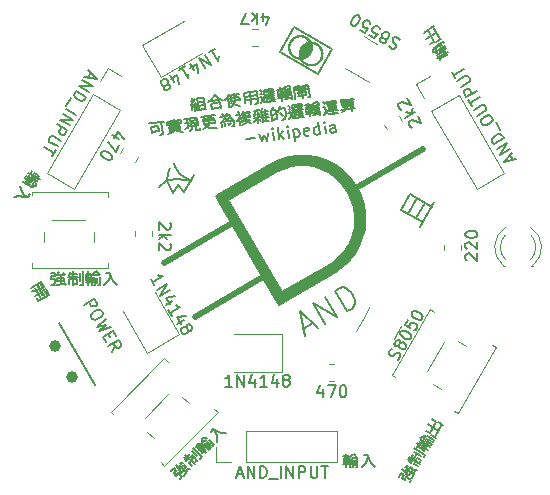
<source format=gbr>
%TF.GenerationSoftware,KiCad,Pcbnew,(6.0.5-0)*%
%TF.CreationDate,2022-06-08T15:29:45+08:00*%
%TF.ProjectId,dtl,64746c2e-6b69-4636-9164-5f7063625858,rev?*%
%TF.SameCoordinates,Original*%
%TF.FileFunction,Legend,Top*%
%TF.FilePolarity,Positive*%
%FSLAX46Y46*%
G04 Gerber Fmt 4.6, Leading zero omitted, Abs format (unit mm)*
G04 Created by KiCad (PCBNEW (6.0.5-0)) date 2022-06-08 15:29:45*
%MOMM*%
%LPD*%
G01*
G04 APERTURE LIST*
%ADD10C,0.150000*%
%ADD11C,0.529166*%
%ADD12C,0.200000*%
%ADD13C,0.120000*%
%ADD14C,1.000000*%
G04 APERTURE END LIST*
D10*
G36*
X81196892Y-46705938D02*
G01*
X77964362Y-44839636D01*
X77971282Y-44827650D01*
X78009092Y-44827650D01*
X81184906Y-46661207D01*
X82390909Y-44572351D01*
X79215094Y-42738794D01*
X78009092Y-44827650D01*
X77971282Y-44827650D01*
X79203108Y-42694063D01*
X82435638Y-44560364D01*
X82419266Y-44588724D01*
X81196892Y-46705938D01*
G37*
X81196892Y-46705938D02*
X77964362Y-44839636D01*
X77971282Y-44827650D01*
X78009092Y-44827650D01*
X81184906Y-46661207D01*
X82390909Y-44572351D01*
X79215094Y-42738794D01*
X78009092Y-44827650D01*
X77971282Y-44827650D01*
X79203108Y-42694063D01*
X82435638Y-44560364D01*
X82419266Y-44588724D01*
X81196892Y-46705938D01*
D11*
X84402905Y-56343193D02*
X90131301Y-53035902D01*
D10*
G36*
X81461069Y-45491337D02*
G01*
X81425064Y-45545685D01*
X81385476Y-45597578D01*
X81342433Y-45646776D01*
X81296062Y-45693039D01*
X81246491Y-45736126D01*
X81193847Y-45775793D01*
X81138256Y-45811803D01*
X81105944Y-45830243D01*
X81072813Y-45847421D01*
X81038929Y-45863322D01*
X81004359Y-45877929D01*
X80969168Y-45891228D01*
X80933422Y-45903202D01*
X80897186Y-45913837D01*
X80860527Y-45923117D01*
X80823512Y-45931029D01*
X80786206Y-45937552D01*
X80748673Y-45942675D01*
X80710982Y-45946384D01*
X80673196Y-45948660D01*
X80635384Y-45949489D01*
X80597610Y-45948855D01*
X80559941Y-45946744D01*
X80501605Y-45940381D01*
X80443823Y-45930269D01*
X80386791Y-45916538D01*
X80330699Y-45899304D01*
X80275743Y-45878692D01*
X80222117Y-45854829D01*
X80170015Y-45827836D01*
X80119628Y-45797834D01*
X80071154Y-45764950D01*
X80024783Y-45729303D01*
X79980710Y-45691018D01*
X79939131Y-45650220D01*
X79900237Y-45607032D01*
X79864223Y-45561573D01*
X79831283Y-45513969D01*
X79801609Y-45464345D01*
X79765641Y-45399232D01*
X79765157Y-45399190D01*
X79798082Y-45399190D01*
X79798104Y-45400209D01*
X79798230Y-45401320D01*
X79798461Y-45402525D01*
X79798787Y-45403832D01*
X79799208Y-45405242D01*
X79799718Y-45406766D01*
X79800995Y-45410163D01*
X79802587Y-45414062D01*
X79804462Y-45418509D01*
X79811357Y-45433626D01*
X79819908Y-45449924D01*
X79829985Y-45467233D01*
X79841450Y-45485388D01*
X79854176Y-45504229D01*
X79868025Y-45523585D01*
X79882867Y-45543293D01*
X79898566Y-45563187D01*
X79914990Y-45583101D01*
X79932007Y-45602872D01*
X79949481Y-45622333D01*
X79967282Y-45641319D01*
X79985273Y-45659664D01*
X80003325Y-45677204D01*
X80021302Y-45693771D01*
X80039072Y-45709205D01*
X80051928Y-45719609D01*
X80066181Y-45730422D01*
X80098176Y-45752872D01*
X80133659Y-45775745D01*
X80171233Y-45798232D01*
X80209494Y-45819528D01*
X80247046Y-45838821D01*
X80282490Y-45855308D01*
X80298981Y-45862246D01*
X80314423Y-45868178D01*
X80371127Y-45886721D01*
X80428650Y-45901514D01*
X80486800Y-45912588D01*
X80545386Y-45919970D01*
X80604216Y-45923690D01*
X80663103Y-45923781D01*
X80721850Y-45920267D01*
X80780269Y-45913180D01*
X80838170Y-45902548D01*
X80895359Y-45888401D01*
X80951646Y-45870767D01*
X81006842Y-45849678D01*
X81060752Y-45825160D01*
X81113189Y-45797243D01*
X81163957Y-45765959D01*
X81212870Y-45731335D01*
X81250788Y-45700732D01*
X81287207Y-45667555D01*
X81322024Y-45632005D01*
X81355134Y-45594274D01*
X81386428Y-45554563D01*
X81415801Y-45513069D01*
X81443151Y-45469988D01*
X81468369Y-45425522D01*
X81491353Y-45379864D01*
X81511992Y-45333212D01*
X81530187Y-45285769D01*
X81545828Y-45237726D01*
X81558809Y-45189285D01*
X81569028Y-45140643D01*
X81576379Y-45091996D01*
X81580754Y-45043542D01*
X81582006Y-45009027D01*
X81581767Y-44973883D01*
X81580072Y-44938246D01*
X81576954Y-44902253D01*
X81572447Y-44866035D01*
X81566587Y-44829731D01*
X81559410Y-44793478D01*
X81550946Y-44757409D01*
X81541230Y-44721658D01*
X81530296Y-44686365D01*
X81518183Y-44651661D01*
X81504921Y-44617685D01*
X81490546Y-44584574D01*
X81475092Y-44552457D01*
X81458591Y-44521476D01*
X81441081Y-44491761D01*
X81423241Y-44463723D01*
X81405491Y-44437329D01*
X81387675Y-44412437D01*
X81369637Y-44388907D01*
X81351220Y-44366594D01*
X81332268Y-44345353D01*
X81312624Y-44325048D01*
X81292132Y-44305530D01*
X81270637Y-44286659D01*
X81247978Y-44268291D01*
X81224005Y-44250286D01*
X81198557Y-44232497D01*
X81171478Y-44214786D01*
X81142613Y-44197006D01*
X81111805Y-44179018D01*
X81078897Y-44160677D01*
X81043680Y-44141828D01*
X81012684Y-44125869D01*
X80985124Y-44112477D01*
X80960215Y-44101324D01*
X80937174Y-44092086D01*
X80915211Y-44084440D01*
X80893544Y-44078059D01*
X80871384Y-44072619D01*
X80871060Y-44072449D01*
X80853715Y-44068792D01*
X80834347Y-44065070D01*
X80813610Y-44061387D01*
X80792151Y-44057847D01*
X80770627Y-44054557D01*
X80749686Y-44051620D01*
X80729981Y-44049140D01*
X80712163Y-44047222D01*
X80631445Y-44039418D01*
X80633122Y-44045273D01*
X80664299Y-44154112D01*
X80677398Y-44204038D01*
X80687996Y-44253572D01*
X80696094Y-44302720D01*
X80701690Y-44351488D01*
X80704786Y-44399884D01*
X80705378Y-44447914D01*
X80703467Y-44495582D01*
X80699051Y-44542898D01*
X80692132Y-44589865D01*
X80682705Y-44636492D01*
X80670773Y-44682783D01*
X80656334Y-44728747D01*
X80639387Y-44774389D01*
X80619933Y-44819715D01*
X80597969Y-44864730D01*
X80573494Y-44909444D01*
X80558345Y-44935005D01*
X80542979Y-44959561D01*
X80527348Y-44983166D01*
X80511400Y-45005876D01*
X80495083Y-45027744D01*
X80478344Y-45048828D01*
X80461137Y-45069183D01*
X80443406Y-45088860D01*
X80425102Y-45107919D01*
X80406176Y-45126414D01*
X80386572Y-45144398D01*
X80366243Y-45161929D01*
X80345135Y-45179058D01*
X80323198Y-45195847D01*
X80300384Y-45212346D01*
X80276636Y-45228610D01*
X80252522Y-45244066D01*
X80227314Y-45259001D01*
X80201131Y-45273374D01*
X80174091Y-45287143D01*
X80146309Y-45300265D01*
X80117906Y-45312699D01*
X80089001Y-45324402D01*
X80059707Y-45335333D01*
X80030145Y-45345450D01*
X80000432Y-45354710D01*
X79970685Y-45363072D01*
X79941023Y-45370494D01*
X79911562Y-45376935D01*
X79882421Y-45382350D01*
X79853719Y-45386700D01*
X79825571Y-45389941D01*
X79815131Y-45391016D01*
X79810944Y-45391556D01*
X79807405Y-45392152D01*
X79805868Y-45392484D01*
X79804483Y-45392845D01*
X79803245Y-45393240D01*
X79802148Y-45393676D01*
X79801193Y-45394156D01*
X79800371Y-45394686D01*
X79799683Y-45395269D01*
X79799121Y-45395912D01*
X79798686Y-45396623D01*
X79798369Y-45397402D01*
X79798168Y-45398254D01*
X79798082Y-45399190D01*
X79765157Y-45399190D01*
X79675252Y-45391393D01*
X79606527Y-45383311D01*
X79539588Y-45371144D01*
X79474556Y-45354975D01*
X79411553Y-45334893D01*
X79350699Y-45310982D01*
X79292118Y-45283325D01*
X79235932Y-45252010D01*
X79182262Y-45217121D01*
X79131232Y-45178745D01*
X79082959Y-45136967D01*
X79037570Y-45091872D01*
X78995184Y-45043545D01*
X78955923Y-44992072D01*
X78919910Y-44937537D01*
X78887266Y-44880027D01*
X78858114Y-44819627D01*
X78831677Y-44753932D01*
X78810313Y-44688077D01*
X78793892Y-44622229D01*
X78782285Y-44556557D01*
X78775364Y-44491229D01*
X78773883Y-44450617D01*
X78798242Y-44450617D01*
X78798334Y-44466036D01*
X78798853Y-44480910D01*
X78799833Y-44495527D01*
X78801308Y-44510175D01*
X78803311Y-44525135D01*
X78805874Y-44540694D01*
X78809035Y-44557141D01*
X78812822Y-44574759D01*
X78817273Y-44593833D01*
X78822422Y-44614648D01*
X78834941Y-44662651D01*
X78843894Y-44695236D01*
X78852940Y-44725899D01*
X78862177Y-44754835D01*
X78871713Y-44782236D01*
X78881648Y-44808297D01*
X78892084Y-44833212D01*
X78903126Y-44857177D01*
X78914877Y-44880382D01*
X78927438Y-44903024D01*
X78940914Y-44925296D01*
X78955407Y-44947392D01*
X78971020Y-44969507D01*
X78987856Y-44991832D01*
X79006018Y-45014566D01*
X79025608Y-45037899D01*
X79046729Y-45062026D01*
X79065212Y-45081937D01*
X79084924Y-45101629D01*
X79105757Y-45121036D01*
X79127603Y-45140080D01*
X79150355Y-45158693D01*
X79173905Y-45176803D01*
X79198142Y-45194340D01*
X79222962Y-45211231D01*
X79248255Y-45227404D01*
X79273913Y-45242787D01*
X79299830Y-45257313D01*
X79325894Y-45270907D01*
X79352002Y-45283497D01*
X79378040Y-45295011D01*
X79403905Y-45305380D01*
X79429488Y-45314534D01*
X79467452Y-45326245D01*
X79508805Y-45337238D01*
X79551632Y-45347158D01*
X79594001Y-45355647D01*
X79633989Y-45362353D01*
X79669674Y-45366916D01*
X79685300Y-45368284D01*
X79699129Y-45368982D01*
X79710919Y-45368968D01*
X79720431Y-45368194D01*
X79724937Y-45367517D01*
X79726970Y-45367154D01*
X79728856Y-45366758D01*
X79730595Y-45366317D01*
X79732190Y-45365818D01*
X79733639Y-45365249D01*
X79734946Y-45364597D01*
X79736110Y-45363850D01*
X79736638Y-45363437D01*
X79737129Y-45362996D01*
X79737587Y-45362525D01*
X79738008Y-45362023D01*
X79738395Y-45361488D01*
X79738746Y-45360918D01*
X79739062Y-45360312D01*
X79739344Y-45359668D01*
X79739590Y-45358986D01*
X79739800Y-45358261D01*
X79739978Y-45357496D01*
X79740119Y-45356687D01*
X79740299Y-45354929D01*
X79740343Y-45352978D01*
X79740247Y-45350821D01*
X79740017Y-45348444D01*
X79739650Y-45345838D01*
X79739148Y-45342988D01*
X79738512Y-45339882D01*
X79737743Y-45336508D01*
X79736841Y-45332853D01*
X79735806Y-45328905D01*
X79734641Y-45324652D01*
X79731917Y-45315180D01*
X79728675Y-45304340D01*
X79724921Y-45292029D01*
X79714270Y-45255199D01*
X79704910Y-45218606D01*
X79696839Y-45182241D01*
X79690057Y-45146103D01*
X79684565Y-45110184D01*
X79680360Y-45074481D01*
X79677447Y-45038990D01*
X79675821Y-45003703D01*
X79675484Y-44968619D01*
X79676434Y-44933733D01*
X79678673Y-44899039D01*
X79682200Y-44864531D01*
X79687014Y-44830209D01*
X79693116Y-44796061D01*
X79700505Y-44762089D01*
X79709180Y-44728284D01*
X79725920Y-44674409D01*
X79746009Y-44621525D01*
X79769293Y-44569806D01*
X79795612Y-44519434D01*
X79824807Y-44470582D01*
X79856723Y-44423430D01*
X79891198Y-44378157D01*
X79928076Y-44334939D01*
X79967200Y-44293952D01*
X80008410Y-44255377D01*
X80051550Y-44219389D01*
X80096459Y-44186166D01*
X80142981Y-44155886D01*
X80190957Y-44128727D01*
X80240230Y-44104866D01*
X80290640Y-44084480D01*
X80303902Y-44079833D01*
X80318825Y-44074992D01*
X80352519Y-44065001D01*
X80389444Y-44055042D01*
X80427321Y-44045653D01*
X80463874Y-44037374D01*
X80496828Y-44030744D01*
X80511241Y-44028214D01*
X80523903Y-44026300D01*
X80534524Y-44025066D01*
X80542822Y-44024583D01*
X80546420Y-44024462D01*
X80549933Y-44024240D01*
X80553344Y-44023919D01*
X80556638Y-44023509D01*
X80559790Y-44023008D01*
X80562787Y-44022428D01*
X80565607Y-44021771D01*
X80568234Y-44021043D01*
X80570649Y-44020248D01*
X80572832Y-44019394D01*
X80574768Y-44018483D01*
X80576433Y-44017524D01*
X80577814Y-44016519D01*
X80578391Y-44016001D01*
X80578890Y-44015474D01*
X80579308Y-44014938D01*
X80579641Y-44014396D01*
X80579892Y-44013845D01*
X80580052Y-44013288D01*
X80580189Y-44011247D01*
X80579877Y-44008658D01*
X80579134Y-44005549D01*
X80577976Y-44001945D01*
X80574491Y-43993367D01*
X80569558Y-43983139D01*
X80563321Y-43971475D01*
X80555916Y-43958589D01*
X80547483Y-43944697D01*
X80538164Y-43930018D01*
X80528096Y-43914762D01*
X80517419Y-43899145D01*
X80506273Y-43883387D01*
X80494797Y-43867697D01*
X80483130Y-43852294D01*
X80471413Y-43837391D01*
X80459784Y-43823205D01*
X80448382Y-43809951D01*
X80417227Y-43775390D01*
X80403044Y-43760312D01*
X80389459Y-43746452D01*
X80376227Y-43733614D01*
X80363098Y-43721608D01*
X80349825Y-43710244D01*
X80336159Y-43699331D01*
X80321853Y-43688678D01*
X80306660Y-43678092D01*
X80290331Y-43667385D01*
X80272620Y-43656367D01*
X80253276Y-43644844D01*
X80232052Y-43632626D01*
X80182977Y-43605341D01*
X80143459Y-43583977D01*
X80110111Y-43566637D01*
X80081391Y-43552689D01*
X80055769Y-43541496D01*
X80043640Y-43536732D01*
X80031709Y-43532422D01*
X80019785Y-43528479D01*
X80007676Y-43524830D01*
X79982137Y-43518088D01*
X79953556Y-43511559D01*
X79919922Y-43504864D01*
X79886685Y-43499270D01*
X79853805Y-43494780D01*
X79821237Y-43491396D01*
X79788942Y-43489122D01*
X79756876Y-43487956D01*
X79724995Y-43487902D01*
X79693260Y-43488964D01*
X79661625Y-43491141D01*
X79630051Y-43494435D01*
X79598493Y-43498850D01*
X79566910Y-43504386D01*
X79535261Y-43511047D01*
X79503503Y-43518833D01*
X79471589Y-43527746D01*
X79439483Y-43537791D01*
X79395291Y-43553422D01*
X79352688Y-43570695D01*
X79311644Y-43589633D01*
X79272135Y-43610260D01*
X79234130Y-43632597D01*
X79197610Y-43656672D01*
X79162542Y-43682501D01*
X79128903Y-43710111D01*
X79096665Y-43739525D01*
X79065801Y-43770763D01*
X79036287Y-43803851D01*
X79008096Y-43838813D01*
X78981199Y-43875669D01*
X78955573Y-43914442D01*
X78931188Y-43955156D01*
X78908021Y-43997834D01*
X78881826Y-44050226D01*
X78870583Y-44074189D01*
X78860475Y-44097014D01*
X78851433Y-44118964D01*
X78843383Y-44140302D01*
X78836252Y-44161288D01*
X78829970Y-44182191D01*
X78824461Y-44203266D01*
X78819654Y-44224780D01*
X78815474Y-44246998D01*
X78811851Y-44270179D01*
X78808711Y-44294586D01*
X78805981Y-44320484D01*
X78801464Y-44377800D01*
X78799200Y-44417008D01*
X78798542Y-44434370D01*
X78798242Y-44450617D01*
X78773883Y-44450617D01*
X78773001Y-44426413D01*
X78775065Y-44362276D01*
X78781432Y-44298989D01*
X78791966Y-44236719D01*
X78806543Y-44175634D01*
X78825035Y-44115902D01*
X78847310Y-44057692D01*
X78873242Y-44001171D01*
X78902699Y-43946509D01*
X78935556Y-43893872D01*
X78971683Y-43843432D01*
X79010949Y-43795354D01*
X79053229Y-43749806D01*
X79098391Y-43706959D01*
X79146307Y-43666979D01*
X79196850Y-43630035D01*
X79249889Y-43596294D01*
X79305298Y-43565926D01*
X79362945Y-43539099D01*
X79422703Y-43515981D01*
X79484443Y-43496739D01*
X79548036Y-43481544D01*
X79613355Y-43470561D01*
X79680269Y-43463961D01*
X79748649Y-43461911D01*
X79818368Y-43464579D01*
X79889297Y-43472132D01*
X79915380Y-43476385D01*
X79942258Y-43481882D01*
X79969788Y-43488561D01*
X79997823Y-43496365D01*
X80026222Y-43505231D01*
X80054837Y-43515096D01*
X80083525Y-43525904D01*
X80112141Y-43537590D01*
X80140542Y-43550094D01*
X80168581Y-43563355D01*
X80196116Y-43577312D01*
X80223001Y-43591905D01*
X80249091Y-43607073D01*
X80274243Y-43622753D01*
X80298313Y-43638887D01*
X80321153Y-43655411D01*
X80321106Y-43655401D01*
X80341488Y-43671322D01*
X80361995Y-43688469D01*
X80382505Y-43706700D01*
X80402892Y-43725870D01*
X80423040Y-43745835D01*
X80442822Y-43766450D01*
X80462116Y-43787571D01*
X80480801Y-43809053D01*
X80498753Y-43830754D01*
X80515849Y-43852527D01*
X80531968Y-43874227D01*
X80546986Y-43895715D01*
X80560782Y-43916843D01*
X80573233Y-43937466D01*
X80584216Y-43957442D01*
X80593609Y-43976626D01*
X80610667Y-44014066D01*
X80714997Y-44022570D01*
X80761642Y-44027494D01*
X80807687Y-44034566D01*
X80853093Y-44043769D01*
X80897818Y-44055081D01*
X80941818Y-44068480D01*
X80985051Y-44083945D01*
X81027478Y-44101455D01*
X81069052Y-44120989D01*
X81109735Y-44142526D01*
X81149486Y-44166047D01*
X81188260Y-44191528D01*
X81226015Y-44218952D01*
X81262711Y-44248294D01*
X81298307Y-44279533D01*
X81332757Y-44312653D01*
X81366023Y-44347627D01*
X81377863Y-44361162D01*
X81390097Y-44376116D01*
X81402603Y-44392283D01*
X81415255Y-44409459D01*
X81440495Y-44446022D01*
X81464815Y-44484173D01*
X81487213Y-44522281D01*
X81497380Y-44540808D01*
X81506690Y-44558710D01*
X81515019Y-44575786D01*
X81522242Y-44591831D01*
X81528235Y-44606638D01*
X81532871Y-44620009D01*
X81536395Y-44631005D01*
X81539815Y-44641047D01*
X81543044Y-44649929D01*
X81546001Y-44657445D01*
X81548603Y-44663393D01*
X81549745Y-44665714D01*
X81550766Y-44667566D01*
X81551657Y-44668922D01*
X81552407Y-44669757D01*
X81552726Y-44669974D01*
X81553006Y-44670049D01*
X81553244Y-44669981D01*
X81553441Y-44669767D01*
X81554266Y-44669124D01*
X81555244Y-44669613D01*
X81556364Y-44671177D01*
X81557615Y-44673760D01*
X81560472Y-44681758D01*
X81563727Y-44693157D01*
X81567295Y-44707508D01*
X81571093Y-44724360D01*
X81579034Y-44763772D01*
X81586868Y-44807796D01*
X81593916Y-44852833D01*
X81596931Y-44874607D01*
X81599494Y-44895289D01*
X81601521Y-44914423D01*
X81602924Y-44931561D01*
X81604885Y-44997146D01*
X81602118Y-45062447D01*
X81594749Y-45127222D01*
X81582909Y-45191229D01*
X81566724Y-45254230D01*
X81546320Y-45315982D01*
X81521824Y-45376245D01*
X81493364Y-45434775D01*
X81465793Y-45483062D01*
X81461069Y-45491337D01*
G37*
X81461069Y-45491337D02*
X81425064Y-45545685D01*
X81385476Y-45597578D01*
X81342433Y-45646776D01*
X81296062Y-45693039D01*
X81246491Y-45736126D01*
X81193847Y-45775793D01*
X81138256Y-45811803D01*
X81105944Y-45830243D01*
X81072813Y-45847421D01*
X81038929Y-45863322D01*
X81004359Y-45877929D01*
X80969168Y-45891228D01*
X80933422Y-45903202D01*
X80897186Y-45913837D01*
X80860527Y-45923117D01*
X80823512Y-45931029D01*
X80786206Y-45937552D01*
X80748673Y-45942675D01*
X80710982Y-45946384D01*
X80673196Y-45948660D01*
X80635384Y-45949489D01*
X80597610Y-45948855D01*
X80559941Y-45946744D01*
X80501605Y-45940381D01*
X80443823Y-45930269D01*
X80386791Y-45916538D01*
X80330699Y-45899304D01*
X80275743Y-45878692D01*
X80222117Y-45854829D01*
X80170015Y-45827836D01*
X80119628Y-45797834D01*
X80071154Y-45764950D01*
X80024783Y-45729303D01*
X79980710Y-45691018D01*
X79939131Y-45650220D01*
X79900237Y-45607032D01*
X79864223Y-45561573D01*
X79831283Y-45513969D01*
X79801609Y-45464345D01*
X79765641Y-45399232D01*
X79765157Y-45399190D01*
X79798082Y-45399190D01*
X79798104Y-45400209D01*
X79798230Y-45401320D01*
X79798461Y-45402525D01*
X79798787Y-45403832D01*
X79799208Y-45405242D01*
X79799718Y-45406766D01*
X79800995Y-45410163D01*
X79802587Y-45414062D01*
X79804462Y-45418509D01*
X79811357Y-45433626D01*
X79819908Y-45449924D01*
X79829985Y-45467233D01*
X79841450Y-45485388D01*
X79854176Y-45504229D01*
X79868025Y-45523585D01*
X79882867Y-45543293D01*
X79898566Y-45563187D01*
X79914990Y-45583101D01*
X79932007Y-45602872D01*
X79949481Y-45622333D01*
X79967282Y-45641319D01*
X79985273Y-45659664D01*
X80003325Y-45677204D01*
X80021302Y-45693771D01*
X80039072Y-45709205D01*
X80051928Y-45719609D01*
X80066181Y-45730422D01*
X80098176Y-45752872D01*
X80133659Y-45775745D01*
X80171233Y-45798232D01*
X80209494Y-45819528D01*
X80247046Y-45838821D01*
X80282490Y-45855308D01*
X80298981Y-45862246D01*
X80314423Y-45868178D01*
X80371127Y-45886721D01*
X80428650Y-45901514D01*
X80486800Y-45912588D01*
X80545386Y-45919970D01*
X80604216Y-45923690D01*
X80663103Y-45923781D01*
X80721850Y-45920267D01*
X80780269Y-45913180D01*
X80838170Y-45902548D01*
X80895359Y-45888401D01*
X80951646Y-45870767D01*
X81006842Y-45849678D01*
X81060752Y-45825160D01*
X81113189Y-45797243D01*
X81163957Y-45765959D01*
X81212870Y-45731335D01*
X81250788Y-45700732D01*
X81287207Y-45667555D01*
X81322024Y-45632005D01*
X81355134Y-45594274D01*
X81386428Y-45554563D01*
X81415801Y-45513069D01*
X81443151Y-45469988D01*
X81468369Y-45425522D01*
X81491353Y-45379864D01*
X81511992Y-45333212D01*
X81530187Y-45285769D01*
X81545828Y-45237726D01*
X81558809Y-45189285D01*
X81569028Y-45140643D01*
X81576379Y-45091996D01*
X81580754Y-45043542D01*
X81582006Y-45009027D01*
X81581767Y-44973883D01*
X81580072Y-44938246D01*
X81576954Y-44902253D01*
X81572447Y-44866035D01*
X81566587Y-44829731D01*
X81559410Y-44793478D01*
X81550946Y-44757409D01*
X81541230Y-44721658D01*
X81530296Y-44686365D01*
X81518183Y-44651661D01*
X81504921Y-44617685D01*
X81490546Y-44584574D01*
X81475092Y-44552457D01*
X81458591Y-44521476D01*
X81441081Y-44491761D01*
X81423241Y-44463723D01*
X81405491Y-44437329D01*
X81387675Y-44412437D01*
X81369637Y-44388907D01*
X81351220Y-44366594D01*
X81332268Y-44345353D01*
X81312624Y-44325048D01*
X81292132Y-44305530D01*
X81270637Y-44286659D01*
X81247978Y-44268291D01*
X81224005Y-44250286D01*
X81198557Y-44232497D01*
X81171478Y-44214786D01*
X81142613Y-44197006D01*
X81111805Y-44179018D01*
X81078897Y-44160677D01*
X81043680Y-44141828D01*
X81012684Y-44125869D01*
X80985124Y-44112477D01*
X80960215Y-44101324D01*
X80937174Y-44092086D01*
X80915211Y-44084440D01*
X80893544Y-44078059D01*
X80871384Y-44072619D01*
X80871060Y-44072449D01*
X80853715Y-44068792D01*
X80834347Y-44065070D01*
X80813610Y-44061387D01*
X80792151Y-44057847D01*
X80770627Y-44054557D01*
X80749686Y-44051620D01*
X80729981Y-44049140D01*
X80712163Y-44047222D01*
X80631445Y-44039418D01*
X80633122Y-44045273D01*
X80664299Y-44154112D01*
X80677398Y-44204038D01*
X80687996Y-44253572D01*
X80696094Y-44302720D01*
X80701690Y-44351488D01*
X80704786Y-44399884D01*
X80705378Y-44447914D01*
X80703467Y-44495582D01*
X80699051Y-44542898D01*
X80692132Y-44589865D01*
X80682705Y-44636492D01*
X80670773Y-44682783D01*
X80656334Y-44728747D01*
X80639387Y-44774389D01*
X80619933Y-44819715D01*
X80597969Y-44864730D01*
X80573494Y-44909444D01*
X80558345Y-44935005D01*
X80542979Y-44959561D01*
X80527348Y-44983166D01*
X80511400Y-45005876D01*
X80495083Y-45027744D01*
X80478344Y-45048828D01*
X80461137Y-45069183D01*
X80443406Y-45088860D01*
X80425102Y-45107919D01*
X80406176Y-45126414D01*
X80386572Y-45144398D01*
X80366243Y-45161929D01*
X80345135Y-45179058D01*
X80323198Y-45195847D01*
X80300384Y-45212346D01*
X80276636Y-45228610D01*
X80252522Y-45244066D01*
X80227314Y-45259001D01*
X80201131Y-45273374D01*
X80174091Y-45287143D01*
X80146309Y-45300265D01*
X80117906Y-45312699D01*
X80089001Y-45324402D01*
X80059707Y-45335333D01*
X80030145Y-45345450D01*
X80000432Y-45354710D01*
X79970685Y-45363072D01*
X79941023Y-45370494D01*
X79911562Y-45376935D01*
X79882421Y-45382350D01*
X79853719Y-45386700D01*
X79825571Y-45389941D01*
X79815131Y-45391016D01*
X79810944Y-45391556D01*
X79807405Y-45392152D01*
X79805868Y-45392484D01*
X79804483Y-45392845D01*
X79803245Y-45393240D01*
X79802148Y-45393676D01*
X79801193Y-45394156D01*
X79800371Y-45394686D01*
X79799683Y-45395269D01*
X79799121Y-45395912D01*
X79798686Y-45396623D01*
X79798369Y-45397402D01*
X79798168Y-45398254D01*
X79798082Y-45399190D01*
X79765157Y-45399190D01*
X79675252Y-45391393D01*
X79606527Y-45383311D01*
X79539588Y-45371144D01*
X79474556Y-45354975D01*
X79411553Y-45334893D01*
X79350699Y-45310982D01*
X79292118Y-45283325D01*
X79235932Y-45252010D01*
X79182262Y-45217121D01*
X79131232Y-45178745D01*
X79082959Y-45136967D01*
X79037570Y-45091872D01*
X78995184Y-45043545D01*
X78955923Y-44992072D01*
X78919910Y-44937537D01*
X78887266Y-44880027D01*
X78858114Y-44819627D01*
X78831677Y-44753932D01*
X78810313Y-44688077D01*
X78793892Y-44622229D01*
X78782285Y-44556557D01*
X78775364Y-44491229D01*
X78773883Y-44450617D01*
X78798242Y-44450617D01*
X78798334Y-44466036D01*
X78798853Y-44480910D01*
X78799833Y-44495527D01*
X78801308Y-44510175D01*
X78803311Y-44525135D01*
X78805874Y-44540694D01*
X78809035Y-44557141D01*
X78812822Y-44574759D01*
X78817273Y-44593833D01*
X78822422Y-44614648D01*
X78834941Y-44662651D01*
X78843894Y-44695236D01*
X78852940Y-44725899D01*
X78862177Y-44754835D01*
X78871713Y-44782236D01*
X78881648Y-44808297D01*
X78892084Y-44833212D01*
X78903126Y-44857177D01*
X78914877Y-44880382D01*
X78927438Y-44903024D01*
X78940914Y-44925296D01*
X78955407Y-44947392D01*
X78971020Y-44969507D01*
X78987856Y-44991832D01*
X79006018Y-45014566D01*
X79025608Y-45037899D01*
X79046729Y-45062026D01*
X79065212Y-45081937D01*
X79084924Y-45101629D01*
X79105757Y-45121036D01*
X79127603Y-45140080D01*
X79150355Y-45158693D01*
X79173905Y-45176803D01*
X79198142Y-45194340D01*
X79222962Y-45211231D01*
X79248255Y-45227404D01*
X79273913Y-45242787D01*
X79299830Y-45257313D01*
X79325894Y-45270907D01*
X79352002Y-45283497D01*
X79378040Y-45295011D01*
X79403905Y-45305380D01*
X79429488Y-45314534D01*
X79467452Y-45326245D01*
X79508805Y-45337238D01*
X79551632Y-45347158D01*
X79594001Y-45355647D01*
X79633989Y-45362353D01*
X79669674Y-45366916D01*
X79685300Y-45368284D01*
X79699129Y-45368982D01*
X79710919Y-45368968D01*
X79720431Y-45368194D01*
X79724937Y-45367517D01*
X79726970Y-45367154D01*
X79728856Y-45366758D01*
X79730595Y-45366317D01*
X79732190Y-45365818D01*
X79733639Y-45365249D01*
X79734946Y-45364597D01*
X79736110Y-45363850D01*
X79736638Y-45363437D01*
X79737129Y-45362996D01*
X79737587Y-45362525D01*
X79738008Y-45362023D01*
X79738395Y-45361488D01*
X79738746Y-45360918D01*
X79739062Y-45360312D01*
X79739344Y-45359668D01*
X79739590Y-45358986D01*
X79739800Y-45358261D01*
X79739978Y-45357496D01*
X79740119Y-45356687D01*
X79740299Y-45354929D01*
X79740343Y-45352978D01*
X79740247Y-45350821D01*
X79740017Y-45348444D01*
X79739650Y-45345838D01*
X79739148Y-45342988D01*
X79738512Y-45339882D01*
X79737743Y-45336508D01*
X79736841Y-45332853D01*
X79735806Y-45328905D01*
X79734641Y-45324652D01*
X79731917Y-45315180D01*
X79728675Y-45304340D01*
X79724921Y-45292029D01*
X79714270Y-45255199D01*
X79704910Y-45218606D01*
X79696839Y-45182241D01*
X79690057Y-45146103D01*
X79684565Y-45110184D01*
X79680360Y-45074481D01*
X79677447Y-45038990D01*
X79675821Y-45003703D01*
X79675484Y-44968619D01*
X79676434Y-44933733D01*
X79678673Y-44899039D01*
X79682200Y-44864531D01*
X79687014Y-44830209D01*
X79693116Y-44796061D01*
X79700505Y-44762089D01*
X79709180Y-44728284D01*
X79725920Y-44674409D01*
X79746009Y-44621525D01*
X79769293Y-44569806D01*
X79795612Y-44519434D01*
X79824807Y-44470582D01*
X79856723Y-44423430D01*
X79891198Y-44378157D01*
X79928076Y-44334939D01*
X79967200Y-44293952D01*
X80008410Y-44255377D01*
X80051550Y-44219389D01*
X80096459Y-44186166D01*
X80142981Y-44155886D01*
X80190957Y-44128727D01*
X80240230Y-44104866D01*
X80290640Y-44084480D01*
X80303902Y-44079833D01*
X80318825Y-44074992D01*
X80352519Y-44065001D01*
X80389444Y-44055042D01*
X80427321Y-44045653D01*
X80463874Y-44037374D01*
X80496828Y-44030744D01*
X80511241Y-44028214D01*
X80523903Y-44026300D01*
X80534524Y-44025066D01*
X80542822Y-44024583D01*
X80546420Y-44024462D01*
X80549933Y-44024240D01*
X80553344Y-44023919D01*
X80556638Y-44023509D01*
X80559790Y-44023008D01*
X80562787Y-44022428D01*
X80565607Y-44021771D01*
X80568234Y-44021043D01*
X80570649Y-44020248D01*
X80572832Y-44019394D01*
X80574768Y-44018483D01*
X80576433Y-44017524D01*
X80577814Y-44016519D01*
X80578391Y-44016001D01*
X80578890Y-44015474D01*
X80579308Y-44014938D01*
X80579641Y-44014396D01*
X80579892Y-44013845D01*
X80580052Y-44013288D01*
X80580189Y-44011247D01*
X80579877Y-44008658D01*
X80579134Y-44005549D01*
X80577976Y-44001945D01*
X80574491Y-43993367D01*
X80569558Y-43983139D01*
X80563321Y-43971475D01*
X80555916Y-43958589D01*
X80547483Y-43944697D01*
X80538164Y-43930018D01*
X80528096Y-43914762D01*
X80517419Y-43899145D01*
X80506273Y-43883387D01*
X80494797Y-43867697D01*
X80483130Y-43852294D01*
X80471413Y-43837391D01*
X80459784Y-43823205D01*
X80448382Y-43809951D01*
X80417227Y-43775390D01*
X80403044Y-43760312D01*
X80389459Y-43746452D01*
X80376227Y-43733614D01*
X80363098Y-43721608D01*
X80349825Y-43710244D01*
X80336159Y-43699331D01*
X80321853Y-43688678D01*
X80306660Y-43678092D01*
X80290331Y-43667385D01*
X80272620Y-43656367D01*
X80253276Y-43644844D01*
X80232052Y-43632626D01*
X80182977Y-43605341D01*
X80143459Y-43583977D01*
X80110111Y-43566637D01*
X80081391Y-43552689D01*
X80055769Y-43541496D01*
X80043640Y-43536732D01*
X80031709Y-43532422D01*
X80019785Y-43528479D01*
X80007676Y-43524830D01*
X79982137Y-43518088D01*
X79953556Y-43511559D01*
X79919922Y-43504864D01*
X79886685Y-43499270D01*
X79853805Y-43494780D01*
X79821237Y-43491396D01*
X79788942Y-43489122D01*
X79756876Y-43487956D01*
X79724995Y-43487902D01*
X79693260Y-43488964D01*
X79661625Y-43491141D01*
X79630051Y-43494435D01*
X79598493Y-43498850D01*
X79566910Y-43504386D01*
X79535261Y-43511047D01*
X79503503Y-43518833D01*
X79471589Y-43527746D01*
X79439483Y-43537791D01*
X79395291Y-43553422D01*
X79352688Y-43570695D01*
X79311644Y-43589633D01*
X79272135Y-43610260D01*
X79234130Y-43632597D01*
X79197610Y-43656672D01*
X79162542Y-43682501D01*
X79128903Y-43710111D01*
X79096665Y-43739525D01*
X79065801Y-43770763D01*
X79036287Y-43803851D01*
X79008096Y-43838813D01*
X78981199Y-43875669D01*
X78955573Y-43914442D01*
X78931188Y-43955156D01*
X78908021Y-43997834D01*
X78881826Y-44050226D01*
X78870583Y-44074189D01*
X78860475Y-44097014D01*
X78851433Y-44118964D01*
X78843383Y-44140302D01*
X78836252Y-44161288D01*
X78829970Y-44182191D01*
X78824461Y-44203266D01*
X78819654Y-44224780D01*
X78815474Y-44246998D01*
X78811851Y-44270179D01*
X78808711Y-44294586D01*
X78805981Y-44320484D01*
X78801464Y-44377800D01*
X78799200Y-44417008D01*
X78798542Y-44434370D01*
X78798242Y-44450617D01*
X78773883Y-44450617D01*
X78773001Y-44426413D01*
X78775065Y-44362276D01*
X78781432Y-44298989D01*
X78791966Y-44236719D01*
X78806543Y-44175634D01*
X78825035Y-44115902D01*
X78847310Y-44057692D01*
X78873242Y-44001171D01*
X78902699Y-43946509D01*
X78935556Y-43893872D01*
X78971683Y-43843432D01*
X79010949Y-43795354D01*
X79053229Y-43749806D01*
X79098391Y-43706959D01*
X79146307Y-43666979D01*
X79196850Y-43630035D01*
X79249889Y-43596294D01*
X79305298Y-43565926D01*
X79362945Y-43539099D01*
X79422703Y-43515981D01*
X79484443Y-43496739D01*
X79548036Y-43481544D01*
X79613355Y-43470561D01*
X79680269Y-43463961D01*
X79748649Y-43461911D01*
X79818368Y-43464579D01*
X79889297Y-43472132D01*
X79915380Y-43476385D01*
X79942258Y-43481882D01*
X79969788Y-43488561D01*
X79997823Y-43496365D01*
X80026222Y-43505231D01*
X80054837Y-43515096D01*
X80083525Y-43525904D01*
X80112141Y-43537590D01*
X80140542Y-43550094D01*
X80168581Y-43563355D01*
X80196116Y-43577312D01*
X80223001Y-43591905D01*
X80249091Y-43607073D01*
X80274243Y-43622753D01*
X80298313Y-43638887D01*
X80321153Y-43655411D01*
X80321106Y-43655401D01*
X80341488Y-43671322D01*
X80361995Y-43688469D01*
X80382505Y-43706700D01*
X80402892Y-43725870D01*
X80423040Y-43745835D01*
X80442822Y-43766450D01*
X80462116Y-43787571D01*
X80480801Y-43809053D01*
X80498753Y-43830754D01*
X80515849Y-43852527D01*
X80531968Y-43874227D01*
X80546986Y-43895715D01*
X80560782Y-43916843D01*
X80573233Y-43937466D01*
X80584216Y-43957442D01*
X80593609Y-43976626D01*
X80610667Y-44014066D01*
X80714997Y-44022570D01*
X80761642Y-44027494D01*
X80807687Y-44034566D01*
X80853093Y-44043769D01*
X80897818Y-44055081D01*
X80941818Y-44068480D01*
X80985051Y-44083945D01*
X81027478Y-44101455D01*
X81069052Y-44120989D01*
X81109735Y-44142526D01*
X81149486Y-44166047D01*
X81188260Y-44191528D01*
X81226015Y-44218952D01*
X81262711Y-44248294D01*
X81298307Y-44279533D01*
X81332757Y-44312653D01*
X81366023Y-44347627D01*
X81377863Y-44361162D01*
X81390097Y-44376116D01*
X81402603Y-44392283D01*
X81415255Y-44409459D01*
X81440495Y-44446022D01*
X81464815Y-44484173D01*
X81487213Y-44522281D01*
X81497380Y-44540808D01*
X81506690Y-44558710D01*
X81515019Y-44575786D01*
X81522242Y-44591831D01*
X81528235Y-44606638D01*
X81532871Y-44620009D01*
X81536395Y-44631005D01*
X81539815Y-44641047D01*
X81543044Y-44649929D01*
X81546001Y-44657445D01*
X81548603Y-44663393D01*
X81549745Y-44665714D01*
X81550766Y-44667566D01*
X81551657Y-44668922D01*
X81552407Y-44669757D01*
X81552726Y-44669974D01*
X81553006Y-44670049D01*
X81553244Y-44669981D01*
X81553441Y-44669767D01*
X81554266Y-44669124D01*
X81555244Y-44669613D01*
X81556364Y-44671177D01*
X81557615Y-44673760D01*
X81560472Y-44681758D01*
X81563727Y-44693157D01*
X81567295Y-44707508D01*
X81571093Y-44724360D01*
X81579034Y-44763772D01*
X81586868Y-44807796D01*
X81593916Y-44852833D01*
X81596931Y-44874607D01*
X81599494Y-44895289D01*
X81601521Y-44914423D01*
X81602924Y-44931561D01*
X81604885Y-44997146D01*
X81602118Y-45062447D01*
X81594749Y-45127222D01*
X81582909Y-45191229D01*
X81566724Y-45254230D01*
X81546320Y-45315982D01*
X81521824Y-45376245D01*
X81493364Y-45434775D01*
X81465793Y-45483062D01*
X81461069Y-45491337D01*
D11*
X74143689Y-59211209D02*
X68186156Y-62650792D01*
D12*
G36*
X77283465Y-54343313D02*
G01*
X77527231Y-54210565D01*
X77774139Y-54091723D01*
X78023760Y-53986642D01*
X78275664Y-53895180D01*
X78529422Y-53817191D01*
X78784604Y-53752535D01*
X79040780Y-53701065D01*
X79297521Y-53662640D01*
X79554397Y-53637115D01*
X79810980Y-53624345D01*
X80066839Y-53624189D01*
X80321545Y-53636503D01*
X80574668Y-53661142D01*
X80825780Y-53697964D01*
X81074448Y-53746824D01*
X81320246Y-53807579D01*
X81562744Y-53880085D01*
X81801511Y-53964200D01*
X82036117Y-54059778D01*
X82266135Y-54166677D01*
X82491133Y-54284753D01*
X82710683Y-54413862D01*
X82924355Y-54553861D01*
X83131719Y-54704606D01*
X83332347Y-54865954D01*
X83525807Y-55037761D01*
X83711673Y-55219883D01*
X83889510Y-55412176D01*
X84058894Y-55614498D01*
X84219393Y-55826704D01*
X84370576Y-56048652D01*
X84512017Y-56280197D01*
X84641820Y-56518460D01*
X84758440Y-56760363D01*
X84861967Y-57005462D01*
X84952491Y-57253314D01*
X85030103Y-57503473D01*
X85094893Y-57755497D01*
X85146952Y-58008942D01*
X85186369Y-58263365D01*
X85213236Y-58518320D01*
X85227643Y-58773365D01*
X85229680Y-59028054D01*
X85219437Y-59281947D01*
X85197006Y-59534597D01*
X85162475Y-59785563D01*
X85115937Y-60034398D01*
X85057481Y-60280660D01*
X84987197Y-60523905D01*
X84905177Y-60763689D01*
X84811510Y-60999568D01*
X84706286Y-61231099D01*
X84589596Y-61457837D01*
X84461532Y-61679340D01*
X84322183Y-61895162D01*
X84171639Y-62104862D01*
X84009991Y-62307993D01*
X83837329Y-62504114D01*
X83653743Y-62692779D01*
X83459326Y-62873545D01*
X83254165Y-63045970D01*
X83038352Y-63209607D01*
X82811977Y-63364014D01*
X82575131Y-63508748D01*
X77883303Y-66217576D01*
X77505327Y-65562903D01*
X72751388Y-57328839D01*
X73624286Y-57328839D01*
X78160000Y-65184927D01*
X82088044Y-62917070D01*
X82293148Y-62791869D01*
X82489067Y-62658617D01*
X82675730Y-62517679D01*
X82853068Y-62369418D01*
X83021011Y-62214198D01*
X83179488Y-62052382D01*
X83328430Y-61884334D01*
X83467767Y-61710417D01*
X83597427Y-61530995D01*
X83717343Y-61346432D01*
X83827443Y-61157092D01*
X83927658Y-60963337D01*
X84017918Y-60765531D01*
X84098152Y-60564038D01*
X84168291Y-60359221D01*
X84228264Y-60151445D01*
X84278002Y-59941072D01*
X84317435Y-59728468D01*
X84346493Y-59513993D01*
X84365104Y-59298014D01*
X84373201Y-59080892D01*
X84370713Y-58862992D01*
X84357568Y-58644676D01*
X84333699Y-58426310D01*
X84299034Y-58208256D01*
X84253504Y-57990879D01*
X84197038Y-57774541D01*
X84129567Y-57559606D01*
X84051021Y-57346438D01*
X83961330Y-57135400D01*
X83860423Y-56926856D01*
X83748231Y-56721169D01*
X83626510Y-56520983D01*
X83497271Y-56328797D01*
X83360825Y-56144753D01*
X83217480Y-55968996D01*
X83067547Y-55801671D01*
X82911336Y-55642921D01*
X82749156Y-55492891D01*
X82581318Y-55351725D01*
X82408131Y-55219567D01*
X82229906Y-55096562D01*
X82046952Y-54982853D01*
X81859579Y-54878587D01*
X81668097Y-54783904D01*
X81472817Y-54698951D01*
X81274047Y-54623873D01*
X81072098Y-54558811D01*
X80867279Y-54503913D01*
X80659902Y-54459320D01*
X80450275Y-54425179D01*
X80238708Y-54401632D01*
X80025512Y-54388825D01*
X79810996Y-54386902D01*
X79595472Y-54396006D01*
X79379246Y-54416281D01*
X79162631Y-54447873D01*
X78945936Y-54490925D01*
X78729471Y-54545582D01*
X78513546Y-54611989D01*
X78298470Y-54690288D01*
X78084555Y-54780624D01*
X77872108Y-54883142D01*
X77661441Y-54997987D01*
X73624286Y-57328839D01*
X72751388Y-57328839D01*
X72591637Y-57052142D01*
X77283465Y-54343313D01*
G37*
X77283465Y-54343313D02*
X77527231Y-54210565D01*
X77774139Y-54091723D01*
X78023760Y-53986642D01*
X78275664Y-53895180D01*
X78529422Y-53817191D01*
X78784604Y-53752535D01*
X79040780Y-53701065D01*
X79297521Y-53662640D01*
X79554397Y-53637115D01*
X79810980Y-53624345D01*
X80066839Y-53624189D01*
X80321545Y-53636503D01*
X80574668Y-53661142D01*
X80825780Y-53697964D01*
X81074448Y-53746824D01*
X81320246Y-53807579D01*
X81562744Y-53880085D01*
X81801511Y-53964200D01*
X82036117Y-54059778D01*
X82266135Y-54166677D01*
X82491133Y-54284753D01*
X82710683Y-54413862D01*
X82924355Y-54553861D01*
X83131719Y-54704606D01*
X83332347Y-54865954D01*
X83525807Y-55037761D01*
X83711673Y-55219883D01*
X83889510Y-55412176D01*
X84058894Y-55614498D01*
X84219393Y-55826704D01*
X84370576Y-56048652D01*
X84512017Y-56280197D01*
X84641820Y-56518460D01*
X84758440Y-56760363D01*
X84861967Y-57005462D01*
X84952491Y-57253314D01*
X85030103Y-57503473D01*
X85094893Y-57755497D01*
X85146952Y-58008942D01*
X85186369Y-58263365D01*
X85213236Y-58518320D01*
X85227643Y-58773365D01*
X85229680Y-59028054D01*
X85219437Y-59281947D01*
X85197006Y-59534597D01*
X85162475Y-59785563D01*
X85115937Y-60034398D01*
X85057481Y-60280660D01*
X84987197Y-60523905D01*
X84905177Y-60763689D01*
X84811510Y-60999568D01*
X84706286Y-61231099D01*
X84589596Y-61457837D01*
X84461532Y-61679340D01*
X84322183Y-61895162D01*
X84171639Y-62104862D01*
X84009991Y-62307993D01*
X83837329Y-62504114D01*
X83653743Y-62692779D01*
X83459326Y-62873545D01*
X83254165Y-63045970D01*
X83038352Y-63209607D01*
X82811977Y-63364014D01*
X82575131Y-63508748D01*
X77883303Y-66217576D01*
X77505327Y-65562903D01*
X72751388Y-57328839D01*
X73624286Y-57328839D01*
X78160000Y-65184927D01*
X82088044Y-62917070D01*
X82293148Y-62791869D01*
X82489067Y-62658617D01*
X82675730Y-62517679D01*
X82853068Y-62369418D01*
X83021011Y-62214198D01*
X83179488Y-62052382D01*
X83328430Y-61884334D01*
X83467767Y-61710417D01*
X83597427Y-61530995D01*
X83717343Y-61346432D01*
X83827443Y-61157092D01*
X83927658Y-60963337D01*
X84017918Y-60765531D01*
X84098152Y-60564038D01*
X84168291Y-60359221D01*
X84228264Y-60151445D01*
X84278002Y-59941072D01*
X84317435Y-59728468D01*
X84346493Y-59513993D01*
X84365104Y-59298014D01*
X84373201Y-59080892D01*
X84370713Y-58862992D01*
X84357568Y-58644676D01*
X84333699Y-58426310D01*
X84299034Y-58208256D01*
X84253504Y-57990879D01*
X84197038Y-57774541D01*
X84129567Y-57559606D01*
X84051021Y-57346438D01*
X83961330Y-57135400D01*
X83860423Y-56926856D01*
X83748231Y-56721169D01*
X83626510Y-56520983D01*
X83497271Y-56328797D01*
X83360825Y-56144753D01*
X83217480Y-55968996D01*
X83067547Y-55801671D01*
X82911336Y-55642921D01*
X82749156Y-55492891D01*
X82581318Y-55351725D01*
X82408131Y-55219567D01*
X82229906Y-55096562D01*
X82046952Y-54982853D01*
X81859579Y-54878587D01*
X81668097Y-54783904D01*
X81472817Y-54698951D01*
X81274047Y-54623873D01*
X81072098Y-54558811D01*
X80867279Y-54503913D01*
X80659902Y-54459320D01*
X80450275Y-54425179D01*
X80238708Y-54401632D01*
X80025512Y-54388825D01*
X79810996Y-54386902D01*
X79595472Y-54396006D01*
X79379246Y-54416281D01*
X79162631Y-54447873D01*
X78945936Y-54490925D01*
X78729471Y-54545582D01*
X78513546Y-54611989D01*
X78298470Y-54690288D01*
X78084555Y-54780624D01*
X77872108Y-54883142D01*
X77661441Y-54997987D01*
X73624286Y-57328839D01*
X72751388Y-57328839D01*
X72591637Y-57052142D01*
X77283465Y-54343313D01*
D11*
X77018658Y-63661635D02*
X70831989Y-67233509D01*
D10*
X79980983Y-68250579D02*
X80805769Y-67774389D01*
X80101740Y-68840689D02*
X79679090Y-66775305D01*
X81256441Y-68174022D01*
X81833791Y-67840689D02*
X80833791Y-66108638D01*
X82823534Y-67269261D01*
X81823534Y-65537210D01*
X83648320Y-66793070D02*
X82648320Y-65061019D01*
X83060713Y-64822924D01*
X83355768Y-64762546D01*
X83615964Y-64832265D01*
X83793680Y-64949603D01*
X84066635Y-65231898D01*
X84209492Y-65479334D01*
X84317490Y-65856868D01*
X84330249Y-66069444D01*
X84260530Y-66329639D01*
X84060713Y-66554975D01*
X83648320Y-66793070D01*
X83357647Y-79035927D02*
X83833838Y-79035927D01*
X84071933Y-79178784D02*
X84405266Y-79178784D01*
X83405266Y-79369260D02*
X83786219Y-79369260D01*
X83929076Y-79559736D02*
X84167171Y-79559736D01*
X83405266Y-79559736D02*
X83786219Y-79559736D01*
X83929076Y-79702593D02*
X84167171Y-79702593D01*
X83357647Y-79750212D02*
X83833838Y-79750212D01*
X84405266Y-79988307D02*
X84548123Y-79988307D01*
X83405266Y-79178784D02*
X83405266Y-79559736D01*
X83595742Y-78845450D02*
X83595742Y-79988307D01*
X83405266Y-79178784D02*
X83833838Y-79178784D01*
X83833838Y-79559736D01*
X83929076Y-79369260D02*
X83929076Y-79988307D01*
X84357647Y-79369260D02*
X84357647Y-79797831D01*
X84548123Y-79321641D02*
X84548123Y-79988307D01*
X84262409Y-78845450D02*
X84548123Y-79178784D01*
X84214790Y-78845450D02*
X83881457Y-79178784D01*
X83929076Y-79369260D02*
X84167171Y-79369260D01*
X84167171Y-79988307D01*
X84071933Y-79988307D01*
X85119552Y-78988307D02*
X85452885Y-78988307D01*
X85548123Y-79274022D01*
X85690980Y-79654974D01*
X86024314Y-79988307D01*
X85452885Y-79083546D02*
X85405266Y-79369260D01*
X85262409Y-79654974D01*
X84929076Y-79988307D01*
X91549263Y-45472666D02*
X91311168Y-45060273D01*
X91315838Y-44782648D02*
X91149171Y-44493973D01*
X91814129Y-45264760D02*
X91623652Y-44934846D01*
X91717181Y-44715890D02*
X91598133Y-44509693D01*
X91979086Y-45169522D02*
X91788610Y-44839608D01*
X91840899Y-44644461D02*
X91721851Y-44438265D01*
X92167853Y-45115523D02*
X91929757Y-44703130D01*
X91850240Y-44089211D02*
X91778811Y-43965493D01*
X91649171Y-45359998D02*
X91979086Y-45169522D01*
X91265258Y-45361708D02*
X92255001Y-44790279D01*
X91649171Y-45359998D02*
X91434886Y-44988845D01*
X91764800Y-44798369D01*
X91552224Y-44811128D02*
X92088335Y-44501604D01*
X91337938Y-44439974D02*
X91709092Y-44225689D01*
X91201461Y-44298827D02*
X91778811Y-43965493D01*
X90931925Y-44784358D02*
X91077743Y-44370255D01*
X90955734Y-44825597D02*
X91411076Y-44947605D01*
X91552224Y-44811128D02*
X91433176Y-44604931D01*
X91969287Y-44295408D01*
X92016906Y-44377886D01*
X91076033Y-43986342D02*
X90504605Y-42996599D01*
X91553475Y-43765676D02*
X90934428Y-42693455D01*
X91223561Y-43956153D02*
X91635954Y-43718057D01*
X90746119Y-44176818D02*
X91076033Y-43986342D01*
X90336687Y-43753375D02*
X91243951Y-43229565D01*
X90174690Y-43187075D02*
X90504605Y-42996599D01*
X90604513Y-42883931D02*
X91016906Y-42645835D01*
X57680344Y-64367078D02*
X57918440Y-64779471D01*
X58037487Y-64985668D02*
X58299392Y-65439300D01*
X57474148Y-64486126D02*
X57712243Y-64898519D01*
X57831291Y-65104716D02*
X58093195Y-65558348D01*
X57510717Y-64739942D02*
X57891669Y-65399770D01*
X57280711Y-64817750D02*
X57709282Y-65560057D01*
X57396798Y-65685485D02*
X57515845Y-65891681D01*
X57804062Y-64295650D02*
X56896798Y-64819459D01*
X57804062Y-64295650D02*
X58042157Y-64708043D01*
X57753482Y-64874710D01*
X58161205Y-64914239D02*
X57872530Y-65080906D01*
X57772622Y-65193574D02*
X57277750Y-65479288D01*
X58161205Y-64914239D02*
X58423110Y-65367872D01*
X57515845Y-65891681D01*
X57564716Y-64928708D02*
X57276040Y-65095375D01*
X57104704Y-65084325D01*
X57015845Y-65025656D01*
X70726220Y-55264255D02*
X69916696Y-56666391D01*
X69352106Y-56120482D01*
X68971153Y-56780311D01*
X68701617Y-56294780D01*
X68479700Y-55726770D01*
X68517979Y-55089041D01*
X68673596Y-54629029D01*
X70440506Y-55759127D02*
X69863156Y-55425793D01*
X69580860Y-55152838D01*
X69146367Y-54572069D01*
X69041788Y-54181776D01*
X70145451Y-55698748D02*
X69130189Y-55552472D01*
X68349603Y-55761629D01*
X67721215Y-56278601D01*
X71052678Y-49084657D02*
X71572583Y-49020820D01*
X70461458Y-49349156D02*
X70934099Y-49291123D01*
X71093301Y-49415505D02*
X71613206Y-49351669D01*
X70992132Y-49763764D02*
X71748357Y-49670911D01*
X70739239Y-49267072D02*
X70808879Y-49834241D01*
X71012055Y-48753808D02*
X71133924Y-49746354D01*
X71012055Y-48753808D02*
X71531960Y-48689972D01*
X71653829Y-49682518D01*
X70462295Y-48965240D02*
X70668762Y-49083819D01*
X70508722Y-49343353D01*
X70904244Y-49438719D02*
X70974722Y-49621972D01*
X70816357Y-49113673D02*
X70939902Y-49338387D01*
X70575071Y-48711509D02*
X70515363Y-49006701D01*
X70781537Y-48830089D02*
X70668762Y-49083819D01*
X70567592Y-49432078D02*
X70560951Y-49768730D01*
X72187016Y-48945377D02*
X72848714Y-48864131D01*
X72220998Y-49612878D02*
X72977224Y-49520025D01*
X72168769Y-49187501D02*
X72226802Y-49660142D01*
X72168769Y-49187501D02*
X72924994Y-49094648D01*
X72983027Y-49567289D01*
X72465635Y-48479377D02*
X72837107Y-48769603D01*
X73138102Y-48876575D01*
X72465635Y-48479377D02*
X72133949Y-48903917D01*
X71909235Y-49027461D01*
X73717715Y-48517548D02*
X74568469Y-48413089D01*
X73823012Y-48984386D02*
X74579238Y-48891533D01*
X73581726Y-48582222D02*
X73691989Y-49480240D01*
X73788192Y-48700801D02*
X73823012Y-48984386D01*
X73788192Y-48700801D02*
X74544418Y-48607948D01*
X74579238Y-48891533D01*
X73653041Y-48381559D02*
X73546069Y-48682553D01*
X73380225Y-48894823D01*
X74125682Y-48323526D02*
X74206928Y-48985223D01*
X74135613Y-49185886D01*
X74058495Y-49339285D01*
X73833781Y-49462830D01*
X73887686Y-49120375D02*
X74247551Y-49316072D01*
X74637271Y-49364174D01*
X75022862Y-48597179D02*
X76062673Y-48469507D01*
X75063485Y-48928028D02*
X76103296Y-48800355D01*
X75866138Y-49213288D02*
X76149722Y-49178468D01*
X75454880Y-48208298D02*
X75582553Y-49248108D01*
X74982239Y-48266331D02*
X76022050Y-48138658D01*
X76149722Y-49178468D01*
X74982239Y-48266331D02*
X75057682Y-48880764D01*
X75045238Y-49170152D01*
X76653893Y-48205007D02*
X77457382Y-48106351D01*
X77108286Y-48389098D02*
X77533663Y-48336868D01*
X77125696Y-48530890D02*
X77503809Y-48484464D01*
X76617398Y-48689255D02*
X76995510Y-48642829D01*
X77148909Y-48719947D02*
X77527022Y-48673520D01*
X77166319Y-48861739D02*
X77591696Y-48809509D01*
X76811420Y-49097222D02*
X77614909Y-48998566D01*
X76630680Y-48015951D02*
X76653893Y-48205007D01*
X76847915Y-48612974D02*
X76894341Y-48991087D01*
X77143944Y-48288767D02*
X77225190Y-48950464D01*
X77333000Y-48265553D02*
X77402640Y-48832723D01*
X76299831Y-48056574D02*
X76459033Y-48180956D01*
X76883572Y-48512643D02*
X77042774Y-48637025D01*
X76629842Y-48399867D02*
X76783241Y-48476985D01*
X76334651Y-48340159D02*
X76488050Y-48417277D01*
X76322206Y-48629547D02*
X76511263Y-48606333D01*
X76510425Y-48990249D01*
X76386043Y-49149452D01*
X76760028Y-48287929D02*
X76677106Y-48394064D01*
X76913426Y-48365047D02*
X76658858Y-48636188D01*
X76954050Y-48695896D02*
X77018724Y-48831885D01*
X76670465Y-48730716D02*
X76693678Y-48919772D01*
X77132337Y-48194238D02*
X77025365Y-48495233D01*
X76867000Y-47986934D02*
X76890213Y-48175991D01*
X77150585Y-47952115D02*
X77173798Y-48141171D01*
X76630680Y-48015951D02*
X77434169Y-47917295D01*
X77410118Y-48112154D01*
X76510425Y-48990249D02*
X76758352Y-49055761D01*
X77047740Y-49068205D01*
X77735164Y-48024267D02*
X78302333Y-47954628D01*
X78408468Y-48037549D02*
X78881109Y-47979516D01*
X77823051Y-48349313D02*
X78295692Y-48291280D01*
X78496355Y-48362595D02*
X78921732Y-48310365D01*
X77846264Y-48538369D02*
X78318905Y-48480336D01*
X78519568Y-48551651D02*
X78944945Y-48499421D01*
X77822213Y-48733229D02*
X78389383Y-48663589D01*
X78495517Y-48746511D02*
X78968158Y-48688478D01*
X78406792Y-48805381D02*
X78832169Y-48753152D01*
X77799838Y-48160256D02*
X77846264Y-48538369D01*
X77995535Y-47800391D02*
X78134814Y-48934730D01*
X77799838Y-48160256D02*
X78272479Y-48102223D01*
X78318905Y-48480336D01*
X78379451Y-47801229D02*
X78408468Y-48037549D01*
X78473142Y-48173538D02*
X78542781Y-48740707D01*
X78378614Y-48185145D02*
X78945783Y-48115505D01*
X78985568Y-48830270D01*
X78379451Y-47801229D02*
X78852092Y-47743196D01*
X78881109Y-47979516D01*
X79206154Y-47891629D02*
X79678795Y-47833596D01*
X79915116Y-47804579D02*
X80435021Y-47740743D01*
X79229367Y-48080685D02*
X79702009Y-48022652D01*
X79938329Y-47993636D02*
X80458234Y-47929800D01*
X79547772Y-48329450D02*
X80209469Y-48248204D01*
X79570985Y-48518507D02*
X80232683Y-48437260D01*
X80356227Y-48661974D02*
X80545284Y-48638761D01*
X79188744Y-47749837D02*
X79316417Y-48789647D01*
X79530362Y-48187658D02*
X79576788Y-48565771D01*
X79188744Y-47749837D02*
X79708649Y-47686000D01*
X79749273Y-48016849D01*
X79861211Y-48147035D02*
X79930850Y-48714204D01*
X79897706Y-47662787D02*
X79938329Y-47993636D01*
X79530362Y-48187658D02*
X80192059Y-48106412D01*
X80238486Y-48484525D01*
X79897706Y-47662787D02*
X80417611Y-47598951D01*
X80545284Y-48638761D01*
X66930863Y-50877006D02*
X68159730Y-50726120D01*
X67159705Y-51568557D02*
X67726874Y-51498918D01*
X67814762Y-51823963D02*
X68098346Y-51789143D01*
X67107475Y-51143181D02*
X67171312Y-51663086D01*
X67107475Y-51143181D02*
X67674645Y-51073541D01*
X67726874Y-51498918D01*
X67970674Y-50749333D02*
X68098346Y-51789143D01*
X68430870Y-50980688D02*
X69659737Y-50829802D01*
X68678797Y-51046200D02*
X69435023Y-50953347D01*
X68660550Y-51288324D02*
X69511304Y-51183864D01*
X68677960Y-51430116D02*
X69528714Y-51325656D01*
X68689566Y-51524644D02*
X69540320Y-51420185D01*
X68449118Y-50738564D02*
X68466528Y-50880357D01*
X68648943Y-51193795D02*
X68689566Y-51524644D01*
X68649781Y-50809879D02*
X68678797Y-51046200D01*
X68998877Y-50527132D02*
X69016287Y-50668925D01*
X69027894Y-50763453D02*
X69009646Y-51005577D01*
X68649781Y-50809879D02*
X69453271Y-50711223D01*
X69482287Y-50947544D01*
X68648943Y-51193795D02*
X69499697Y-51089336D01*
X69540320Y-51420185D01*
X68449118Y-50738564D02*
X69583456Y-50599285D01*
X69600866Y-50741077D01*
X69268342Y-51549533D02*
X69752590Y-51586028D01*
X68937494Y-51590156D02*
X68523723Y-51736914D01*
X69861238Y-50517201D02*
X70286615Y-50464971D01*
X70451620Y-50636618D02*
X71018789Y-50566978D01*
X69949125Y-50842246D02*
X70327238Y-50795820D01*
X70480637Y-50872938D02*
X71047806Y-50803299D01*
X70503850Y-51061995D02*
X71071019Y-50992355D01*
X70934192Y-51440945D02*
X71217777Y-51406125D01*
X70097558Y-50488185D02*
X70190411Y-51244410D01*
X70428407Y-50447561D02*
X70503850Y-51061995D01*
X70881963Y-51015568D02*
X70934192Y-51440945D01*
X70428407Y-50447561D02*
X70995576Y-50377922D01*
X71071019Y-50992355D01*
X71200367Y-51264333D02*
X71217777Y-51406125D01*
X70645642Y-51044585D02*
X70585934Y-51339776D01*
X70503012Y-51445911D01*
X70367023Y-51510585D01*
X70367861Y-51126669D02*
X69959894Y-51320691D01*
X71326425Y-50337299D02*
X72508027Y-50192216D01*
X71514644Y-50698002D02*
X72459926Y-50581936D01*
X71543660Y-50934322D02*
X72488942Y-50818256D01*
X71491430Y-50508945D02*
X71543660Y-50934322D01*
X71491430Y-50508945D02*
X72436712Y-50392879D01*
X72488942Y-50818256D01*
X71643992Y-50969980D02*
X71856261Y-51135823D01*
X72062728Y-51254402D01*
X72635700Y-51232026D01*
X71940858Y-50261856D02*
X72016301Y-50876289D01*
X71986447Y-51023885D01*
X71862065Y-51183087D01*
X71501362Y-51371306D01*
X73357106Y-50855589D02*
X73386122Y-51091909D01*
X72903550Y-50287582D02*
X73801568Y-50177319D01*
X73783321Y-50419443D01*
X73782483Y-50803359D02*
X73888618Y-50886281D01*
X73069393Y-50075312D02*
X73222792Y-50152431D01*
X73593426Y-50826572D02*
X73663904Y-51009826D01*
X73120785Y-50884605D02*
X73061077Y-51179797D01*
X73488967Y-49975819D02*
X73352140Y-50424409D01*
X72973190Y-50854751D01*
X73310680Y-50477476D02*
X73925113Y-50402033D01*
X73954129Y-50638354D01*
X73103376Y-50742813D02*
X74095922Y-50620944D01*
X74100887Y-51052124D01*
X73911831Y-51075337D01*
X74835575Y-50002383D02*
X75497273Y-49921136D01*
X74870395Y-50285967D02*
X75437564Y-50216328D01*
X74887805Y-50427759D02*
X75454974Y-50358120D01*
X74481513Y-49853949D02*
X74510530Y-50090270D01*
X74545349Y-50373854D02*
X74620792Y-50988288D01*
X74847182Y-50096911D02*
X74887805Y-50427759D01*
X74847182Y-50096911D02*
X75414351Y-50027271D01*
X75454974Y-50358120D01*
X74551153Y-50421118D02*
X74763422Y-50586962D01*
X75076861Y-50404546D02*
X74828096Y-50722951D01*
X74592614Y-50368051D02*
X74338045Y-50639191D01*
X74687142Y-50356444D02*
X74657288Y-50504040D01*
X74958282Y-50611013D02*
X75170552Y-50776856D01*
X75518810Y-50878025D01*
X74280012Y-50166550D02*
X74658125Y-50120124D01*
X74556956Y-50468383D01*
X74859626Y-49807523D02*
X74805721Y-50149978D01*
X74958282Y-50611013D02*
X75430923Y-50552980D01*
X75306541Y-50712182D01*
X75129091Y-50829923D01*
X74809849Y-50965075D01*
X75775054Y-49839052D02*
X76294959Y-49775216D01*
X76454161Y-49899598D02*
X76974066Y-49835762D01*
X76483178Y-50135919D02*
X77003083Y-50072083D01*
X75797429Y-50412025D02*
X76411863Y-50336582D01*
X76517997Y-50419504D02*
X77037903Y-50355667D01*
X76552817Y-50703088D02*
X77072722Y-50639252D01*
X76041229Y-49662440D02*
X76064442Y-49851497D01*
X76116671Y-50276874D02*
X76180508Y-50796779D01*
X76489819Y-49799267D02*
X76605885Y-50744549D01*
X76726139Y-49770250D02*
X76836402Y-50668268D01*
X76182183Y-50028947D02*
X76341385Y-50153329D01*
X75898599Y-50063766D02*
X76004733Y-50146688D01*
X76086817Y-50424469D02*
X76399418Y-50625970D01*
X76128278Y-50371402D02*
X75838052Y-50742874D01*
X75928453Y-49916171D02*
X75827284Y-50264429D01*
X76164773Y-49887154D02*
X76105065Y-50182345D01*
X76755993Y-49622655D02*
X76737746Y-49864779D01*
X76513870Y-49604407D02*
X76406897Y-49905402D01*
X76471571Y-50041391D01*
X77251010Y-50137594D02*
X77723651Y-50079561D01*
X77303240Y-50562971D02*
X77775881Y-50504938D01*
X78165600Y-50553040D02*
X78449185Y-50518220D01*
X77204584Y-49759482D02*
X77314846Y-50657500D01*
X77204584Y-49759482D02*
X77677225Y-49701449D01*
X77775881Y-50504938D01*
X77995629Y-49950213D02*
X78266769Y-50204781D01*
X77411888Y-49494145D02*
X77346376Y-49742072D01*
X77979057Y-49424505D02*
X77800769Y-49926162D01*
X77913545Y-49672432D02*
X78433450Y-49608596D01*
X78491483Y-50081237D01*
X78449185Y-50518220D01*
X79047884Y-49533153D02*
X79851373Y-49434497D01*
X79502277Y-49717244D02*
X79927654Y-49665014D01*
X79519687Y-49859036D02*
X79897800Y-49812609D01*
X79011388Y-50017400D02*
X79389501Y-49970974D01*
X79542900Y-50048092D02*
X79921013Y-50001666D01*
X79560310Y-50189885D02*
X79985687Y-50137655D01*
X79205410Y-50425367D02*
X80008900Y-50326711D01*
X79024670Y-49344096D02*
X79047884Y-49533153D01*
X79241906Y-49941120D02*
X79288332Y-50319233D01*
X79537934Y-49616912D02*
X79619181Y-50278609D01*
X79726991Y-49593699D02*
X79796630Y-50160868D01*
X78693822Y-49384719D02*
X78853024Y-49509102D01*
X79277563Y-49840788D02*
X79436765Y-49965171D01*
X79023833Y-49728012D02*
X79177232Y-49805131D01*
X78728641Y-49668304D02*
X78882040Y-49745422D01*
X78716197Y-49957692D02*
X78905254Y-49934479D01*
X78904416Y-50318395D01*
X78780033Y-50477597D01*
X79154018Y-49616074D02*
X79071097Y-49722209D01*
X79307417Y-49693193D02*
X79052849Y-49964333D01*
X79348040Y-50024041D02*
X79412714Y-50160030D01*
X79064456Y-50058861D02*
X79087669Y-50247918D01*
X79526328Y-49522384D02*
X79419355Y-49823378D01*
X79260991Y-49315080D02*
X79284204Y-49504136D01*
X79544575Y-49280260D02*
X79567789Y-49469316D01*
X79024670Y-49344096D02*
X79828160Y-49245440D01*
X79804109Y-49440300D01*
X78904416Y-50318395D02*
X79152343Y-50383907D01*
X79441731Y-50396351D01*
X80129155Y-49352413D02*
X80696324Y-49282773D01*
X80802459Y-49365695D02*
X81275100Y-49307662D01*
X80217042Y-49677458D02*
X80689683Y-49619425D01*
X80890346Y-49690740D02*
X81315723Y-49638510D01*
X80240255Y-49866515D02*
X80712896Y-49808482D01*
X80913559Y-49879797D02*
X81338936Y-49827567D01*
X80216204Y-50061374D02*
X80783373Y-49991735D01*
X80889508Y-50074656D02*
X81362149Y-50016623D01*
X80800783Y-50133527D02*
X81226160Y-50081297D01*
X80193829Y-49488402D02*
X80240255Y-49866515D01*
X80389526Y-49128537D02*
X80528805Y-50262875D01*
X80193829Y-49488402D02*
X80666470Y-49430369D01*
X80712896Y-49808482D01*
X80773442Y-49129374D02*
X80802459Y-49365695D01*
X80867133Y-49501684D02*
X80936772Y-50068853D01*
X80772604Y-49513290D02*
X81339774Y-49443651D01*
X81379559Y-50158416D01*
X80773442Y-49129374D02*
X81246083Y-49071341D01*
X81275100Y-49307662D01*
X81984061Y-49220612D02*
X82787551Y-49121956D01*
X82113409Y-49492590D02*
X82727843Y-49417147D01*
X82136622Y-49681647D02*
X82751056Y-49606204D01*
X82012240Y-49840849D02*
X82910258Y-49730586D01*
X82095999Y-49350798D02*
X82130819Y-49634382D01*
X82344764Y-49032393D02*
X82455027Y-49930411D01*
X82095999Y-49350798D02*
X82710433Y-49275355D01*
X82745252Y-49558940D01*
X81925190Y-49131887D02*
X81913584Y-49037359D01*
X82764338Y-48932900D01*
X82775944Y-49027428D01*
X81624196Y-49024915D02*
X81836466Y-49190758D01*
X81634965Y-49503359D02*
X81824021Y-49480146D01*
X81876251Y-49905523D01*
X81710408Y-50117792D01*
X81834790Y-49958590D02*
X82324841Y-50042349D01*
X82939274Y-49966907D01*
X83195518Y-48927934D02*
X83620895Y-48875704D01*
X83715423Y-48864098D02*
X84282592Y-48794458D01*
X83277602Y-49205715D02*
X84175620Y-49095453D01*
X83295012Y-49347508D02*
X84193030Y-49237245D01*
X83312422Y-49489300D02*
X84210440Y-49379037D01*
X83146578Y-49701570D02*
X84375445Y-49550684D01*
X83260192Y-49063923D02*
X83312422Y-49489300D01*
X84021383Y-49402250D02*
X84073613Y-49827627D01*
X83260192Y-49063923D02*
X84158210Y-48953660D01*
X84210440Y-49379037D01*
X83904479Y-48840884D02*
X84010614Y-48923806D01*
X83178108Y-48786142D02*
X83159860Y-49028265D01*
X83751081Y-48763766D02*
X83632501Y-48970232D01*
X83384574Y-48904721D02*
X83490709Y-48987642D01*
X83554545Y-49507548D02*
X83530495Y-49702407D01*
X83447573Y-49808542D01*
X83222859Y-49932087D01*
X75148689Y-52161747D02*
X75904914Y-52068895D01*
X76248207Y-51738884D02*
X76518510Y-52377368D01*
X76649533Y-51881514D01*
X76896623Y-52330941D01*
X77004433Y-51646031D01*
X77463792Y-52261302D02*
X77382546Y-51599604D01*
X77341923Y-51268756D02*
X77300462Y-51321823D01*
X77353529Y-51363284D01*
X77394990Y-51310216D01*
X77341923Y-51268756D01*
X77353529Y-51363284D01*
X77936433Y-52203269D02*
X77814564Y-51210723D01*
X77984535Y-51813549D02*
X78314546Y-52156842D01*
X78233300Y-51495145D02*
X77901613Y-51919684D01*
X78739923Y-52104613D02*
X78658677Y-51442915D01*
X78618054Y-51112066D02*
X78576593Y-51165134D01*
X78629660Y-51206595D01*
X78671121Y-51153527D01*
X78618054Y-51112066D01*
X78629660Y-51206595D01*
X79131318Y-51384882D02*
X79253187Y-52377428D01*
X79137121Y-51432146D02*
X79225846Y-51373276D01*
X79414902Y-51350062D01*
X79515234Y-51385720D01*
X79568301Y-51427181D01*
X79627172Y-51515906D01*
X79661992Y-51799490D01*
X79626334Y-51899822D01*
X79584873Y-51952889D01*
X79496149Y-52011760D01*
X79307092Y-52034973D01*
X79206761Y-51999316D01*
X80482891Y-51842626D02*
X80394167Y-51901497D01*
X80205110Y-51924710D01*
X80104779Y-51889053D01*
X80045908Y-51800328D01*
X79999481Y-51422215D01*
X80035139Y-51321884D01*
X80123864Y-51263013D01*
X80312920Y-51239800D01*
X80413252Y-51275457D01*
X80472122Y-51364182D01*
X80483729Y-51458710D01*
X80022695Y-51611271D01*
X81386713Y-51779628D02*
X81264843Y-50787082D01*
X81380909Y-51732364D02*
X81292184Y-51791234D01*
X81103128Y-51814448D01*
X81002797Y-51778790D01*
X80949729Y-51737329D01*
X80890858Y-51648604D01*
X80856039Y-51365020D01*
X80891696Y-51264688D01*
X80933157Y-51211621D01*
X81021882Y-51152750D01*
X81210938Y-51129537D01*
X81311270Y-51165194D01*
X81859354Y-51721595D02*
X81778107Y-51059897D01*
X81737484Y-50729049D02*
X81696024Y-50782116D01*
X81749091Y-50823577D01*
X81790552Y-50770509D01*
X81737484Y-50729049D01*
X81749091Y-50823577D01*
X82757372Y-51611332D02*
X82693535Y-51091427D01*
X82634665Y-51002702D01*
X82534333Y-50967044D01*
X82345277Y-50990258D01*
X82256552Y-51049128D01*
X82751568Y-51564068D02*
X82662843Y-51622939D01*
X82426523Y-51651955D01*
X82326191Y-51616298D01*
X82267321Y-51527573D01*
X82255714Y-51433044D01*
X82291372Y-51332713D01*
X82380096Y-51273842D01*
X82616417Y-51244826D01*
X82705142Y-51185955D01*
X88841605Y-58539163D02*
X89603510Y-57219505D01*
X89501434Y-58920115D02*
X90263339Y-57600458D01*
X89840689Y-59665842D02*
X91078784Y-57521398D01*
X88264255Y-58205830D02*
X90078784Y-59253449D01*
X88264255Y-58205830D02*
X89026160Y-56886172D01*
X90840689Y-57933791D01*
X57642688Y-55298187D02*
X57404593Y-55710580D01*
X57161828Y-55845348D02*
X56995161Y-56134023D01*
X57330204Y-55172759D02*
X57139728Y-55502674D01*
X56903342Y-55531154D02*
X56784294Y-55737350D01*
X57165247Y-55077521D02*
X56974770Y-55407436D01*
X56779624Y-55459725D02*
X56660576Y-55665922D01*
X57024099Y-54941044D02*
X56786004Y-55353437D01*
X56294093Y-55729261D02*
X56222664Y-55852979D01*
X57495161Y-55267997D02*
X57165247Y-55077521D01*
X57688598Y-55599621D02*
X56698855Y-55028193D01*
X57495161Y-55267997D02*
X57280875Y-55639151D01*
X56950961Y-55448675D01*
X57068299Y-55626392D02*
X56532188Y-55316868D01*
X56854013Y-55997545D02*
X56482860Y-55783260D01*
X56800014Y-56186312D02*
X56222664Y-55852979D01*
X57355265Y-56176972D02*
X56923732Y-56257741D01*
X57379074Y-56135732D02*
X57257066Y-55680390D01*
X57068299Y-55626392D02*
X56949251Y-55832588D01*
X56413140Y-55523064D01*
X56460759Y-55440586D01*
X56802975Y-56847850D02*
X56636309Y-57136526D01*
X56341254Y-57076147D01*
X55939911Y-57009389D01*
X55484569Y-57131397D01*
X56553830Y-57088907D02*
X56330204Y-56904810D01*
X56154196Y-56638235D01*
X56032188Y-56182893D01*
%TO.C,R3*%
X81629095Y-73378841D02*
X81629095Y-74045507D01*
X81391000Y-72997888D02*
X81152904Y-73712174D01*
X81771952Y-73712174D01*
X82057666Y-73045507D02*
X82724333Y-73045507D01*
X82295761Y-74045507D01*
X83295761Y-73045507D02*
X83391000Y-73045507D01*
X83486238Y-73093127D01*
X83533857Y-73140746D01*
X83581476Y-73235984D01*
X83629095Y-73426460D01*
X83629095Y-73664555D01*
X83581476Y-73855031D01*
X83533857Y-73950269D01*
X83486238Y-73997888D01*
X83391000Y-74045507D01*
X83295761Y-74045507D01*
X83200523Y-73997888D01*
X83152904Y-73950269D01*
X83105285Y-73855031D01*
X83057666Y-73664555D01*
X83057666Y-73426460D01*
X83105285Y-73235984D01*
X83152904Y-73140746D01*
X83200523Y-73093127D01*
X83295761Y-73045507D01*
%TO.C,J2*%
X61973610Y-46562449D02*
X61735515Y-46974842D01*
X61773793Y-46337113D02*
X62473152Y-47125788D01*
X61440460Y-46914463D01*
X61273793Y-47203138D02*
X62139818Y-47703138D01*
X60988079Y-47698010D01*
X61854104Y-48198010D01*
X60749984Y-48110403D02*
X61616009Y-48610403D01*
X61496961Y-48816600D01*
X61384293Y-48916508D01*
X61254196Y-48951368D01*
X61147908Y-48944988D01*
X60959141Y-48890989D01*
X60835423Y-48819561D01*
X60694275Y-48683083D01*
X60635606Y-48594225D01*
X60600747Y-48464127D01*
X60630936Y-48316600D01*
X60749984Y-48110403D01*
X60286553Y-48722613D02*
X59905600Y-49382442D01*
X59869031Y-49636257D02*
X60735057Y-50136257D01*
X59630936Y-50048650D02*
X60496961Y-50548650D01*
X59345222Y-50543522D01*
X60211247Y-51043522D01*
X59107126Y-50955915D02*
X59973152Y-51455915D01*
X59782676Y-51785830D01*
X59693817Y-51844499D01*
X59628768Y-51861928D01*
X59522480Y-51855549D01*
X59398762Y-51784120D01*
X59340093Y-51695262D01*
X59322664Y-51630213D01*
X59329043Y-51523925D01*
X59519519Y-51194010D01*
X59473152Y-52321941D02*
X58772084Y-51917179D01*
X58665795Y-51910799D01*
X58600747Y-51928229D01*
X58511888Y-51986898D01*
X58416650Y-52151855D01*
X58410270Y-52258143D01*
X58427700Y-52323192D01*
X58486369Y-52412050D01*
X59187438Y-52816812D01*
X59020771Y-53105487D02*
X58735057Y-53600359D01*
X58011888Y-52852923D02*
X58877914Y-53352923D01*
%TO.C,R17*%
X93798751Y-62449939D02*
X93751132Y-62402320D01*
X93703512Y-62307082D01*
X93703512Y-62068986D01*
X93751132Y-61973748D01*
X93798751Y-61926129D01*
X93893989Y-61878510D01*
X93989227Y-61878510D01*
X94132084Y-61926129D01*
X94703512Y-62497558D01*
X94703512Y-61878510D01*
X93798751Y-61497558D02*
X93751132Y-61449939D01*
X93703512Y-61354701D01*
X93703512Y-61116605D01*
X93751132Y-61021367D01*
X93798751Y-60973748D01*
X93893989Y-60926129D01*
X93989227Y-60926129D01*
X94132084Y-60973748D01*
X94703512Y-61545177D01*
X94703512Y-60926129D01*
X93703512Y-60307082D02*
X93703512Y-60211844D01*
X93751132Y-60116605D01*
X93798751Y-60068986D01*
X93893989Y-60021367D01*
X94084465Y-59973748D01*
X94322560Y-59973748D01*
X94513036Y-60021367D01*
X94608274Y-60068986D01*
X94655893Y-60116605D01*
X94703512Y-60211844D01*
X94703512Y-60307082D01*
X94655893Y-60402320D01*
X94608274Y-60449939D01*
X94513036Y-60497558D01*
X94322560Y-60545177D01*
X94084465Y-60545177D01*
X93893989Y-60497558D01*
X93798751Y-60449939D01*
X93751132Y-60402320D01*
X93703512Y-60307082D01*
%TO.C,SW5*%
X88327182Y-80878357D02*
X88470039Y-80630921D01*
X88936431Y-80680249D02*
X89245955Y-80144138D01*
X88987011Y-81259309D02*
X89106059Y-81053112D01*
X88055937Y-80776739D02*
X88222603Y-80488064D01*
X88470039Y-80630921D01*
X88688995Y-80537392D02*
X88936431Y-80680249D01*
X88688995Y-80537392D02*
X88998519Y-80001281D01*
X89245955Y-80144138D01*
X89345863Y-80256806D02*
X89606059Y-80187087D01*
X88597176Y-79934523D02*
X88857371Y-79864804D01*
X88327182Y-80878357D02*
X88550808Y-81062453D01*
X88676236Y-80749968D01*
X88882432Y-80869016D01*
X89106059Y-81053112D01*
X89201297Y-80888155D02*
X89452151Y-80263186D01*
X88371840Y-80134340D02*
X88547848Y-80400915D01*
X88833562Y-79906043D01*
X88690705Y-80153479D02*
X89350534Y-80534431D01*
X88965369Y-79487270D02*
X89274893Y-78951159D01*
X89082707Y-79664987D02*
X89487469Y-78963919D01*
X89880723Y-79520878D02*
X89975961Y-79355921D01*
X90201297Y-79156104D02*
X90320344Y-78949908D01*
X89336523Y-79701556D02*
X89666437Y-79892032D01*
X88902030Y-79120787D02*
X89891773Y-79692215D01*
X89336523Y-79701556D02*
X89646047Y-79165445D01*
X89975961Y-79355921D01*
X89335271Y-78656104D02*
X89912622Y-78989438D01*
X89330601Y-78378479D02*
X90320344Y-78949908D01*
X88848031Y-79309554D02*
X89065277Y-79599938D01*
X89614606Y-78267521D02*
X89852701Y-77855128D01*
X90095467Y-77720360D02*
X90262133Y-77431685D01*
X89927091Y-78392948D02*
X90117567Y-78063034D01*
X90353952Y-78034554D02*
X90473000Y-77828357D01*
X90092048Y-78488186D02*
X90282524Y-78158272D01*
X90477670Y-78105983D02*
X90596718Y-77899786D01*
X90233195Y-78624664D02*
X90471291Y-78212271D01*
X90963201Y-77836447D02*
X91034630Y-77712729D01*
X89762133Y-78297710D02*
X90092048Y-78488186D01*
X89568696Y-77966086D02*
X90558440Y-78537515D01*
X89762133Y-78297710D02*
X89976419Y-77926556D01*
X90306333Y-78117033D01*
X90188995Y-77939316D02*
X90725106Y-78248840D01*
X90403281Y-77568162D02*
X90774435Y-77782448D01*
X90457280Y-77379395D02*
X91034630Y-77712729D01*
X89902030Y-77388736D02*
X90333562Y-77307967D01*
X89878220Y-77429975D02*
X90000229Y-77885317D01*
X90188995Y-77939316D02*
X90308043Y-77733119D01*
X90844154Y-78042643D01*
X90796535Y-78125122D01*
X90665186Y-77114530D02*
X91236614Y-76124786D01*
X91095009Y-77417674D02*
X91714056Y-76345452D01*
X90765094Y-77227198D02*
X91177487Y-77465293D01*
X90335271Y-76924054D02*
X90665186Y-77114530D01*
X90497268Y-76357753D02*
X91404532Y-76881563D01*
X90906700Y-75934310D02*
X91236614Y-76124786D01*
X91384142Y-76154976D02*
X91796535Y-76393071D01*
%TO.C,SW1*%
X61432495Y-66205011D02*
X62298521Y-65705011D01*
X62488997Y-66034925D01*
X62495377Y-66141213D01*
X62477947Y-66206262D01*
X62419278Y-66295120D01*
X62295560Y-66366549D01*
X62189272Y-66372929D01*
X62124223Y-66355499D01*
X62035364Y-66296830D01*
X61844888Y-65966915D01*
X62893759Y-66735993D02*
X62988997Y-66900951D01*
X62995377Y-67007239D01*
X62960517Y-67137336D01*
X62819369Y-67273814D01*
X62530694Y-67440480D01*
X62341927Y-67494479D01*
X62211830Y-67459620D01*
X62122971Y-67400951D01*
X62027733Y-67235993D01*
X62021354Y-67129705D01*
X62056213Y-66999608D01*
X62197361Y-66863130D01*
X62486036Y-66696463D01*
X62674803Y-66642465D01*
X62804900Y-66677324D01*
X62893759Y-66735993D01*
X63274711Y-67395822D02*
X62527733Y-68102019D01*
X63241561Y-67909833D01*
X62718209Y-68431933D01*
X63703283Y-68138130D01*
X63481366Y-68706139D02*
X63648032Y-68994814D01*
X63265829Y-69380437D02*
X63027733Y-68968044D01*
X63893759Y-68468044D01*
X64131854Y-68880437D01*
X63765829Y-70246463D02*
X64011555Y-69719692D01*
X63480114Y-69751591D02*
X64346140Y-69251591D01*
X64536616Y-69581505D01*
X64542996Y-69687793D01*
X64525566Y-69752842D01*
X64466897Y-69841701D01*
X64343179Y-69913129D01*
X64236891Y-69919509D01*
X64171842Y-69902079D01*
X64082983Y-69843410D01*
X63892507Y-69513496D01*
%TO.C,Q3*%
X87955295Y-70899387D02*
X88067963Y-70799479D01*
X88187011Y-70593283D01*
X88193391Y-70486994D01*
X88175961Y-70421946D01*
X88117292Y-70333087D01*
X88034813Y-70285468D01*
X87928525Y-70279088D01*
X87863476Y-70296518D01*
X87774618Y-70355187D01*
X87638141Y-70496335D01*
X87549282Y-70555004D01*
X87484233Y-70572434D01*
X87377945Y-70566054D01*
X87295467Y-70518435D01*
X87236798Y-70429577D01*
X87219368Y-70364528D01*
X87225747Y-70258240D01*
X87344795Y-70052043D01*
X87457463Y-69952135D01*
X88073092Y-69647739D02*
X87984233Y-69706408D01*
X87919185Y-69723838D01*
X87812896Y-69717459D01*
X87771657Y-69693649D01*
X87712988Y-69604791D01*
X87695558Y-69539742D01*
X87701938Y-69433454D01*
X87797176Y-69268496D01*
X87886034Y-69209827D01*
X87951083Y-69192398D01*
X88057371Y-69198777D01*
X88098611Y-69222587D01*
X88157280Y-69311445D01*
X88174710Y-69376494D01*
X88168330Y-69482782D01*
X88073092Y-69647739D01*
X88066712Y-69754028D01*
X88084142Y-69819076D01*
X88142811Y-69907935D01*
X88307768Y-70003173D01*
X88414056Y-70009553D01*
X88479105Y-69992123D01*
X88567963Y-69933454D01*
X88663201Y-69768496D01*
X88669581Y-69662208D01*
X88652151Y-69597160D01*
X88593482Y-69508301D01*
X88428525Y-69413063D01*
X88322237Y-69406683D01*
X88257188Y-69424113D01*
X88168330Y-69482782D01*
X88201938Y-68567428D02*
X88249557Y-68484950D01*
X88338415Y-68426281D01*
X88403464Y-68408851D01*
X88509752Y-68415231D01*
X88698519Y-68469229D01*
X88904716Y-68588277D01*
X89045863Y-68724754D01*
X89104532Y-68813613D01*
X89121962Y-68878662D01*
X89115582Y-68984950D01*
X89067963Y-69067428D01*
X88979105Y-69126097D01*
X88914056Y-69143527D01*
X88807768Y-69137147D01*
X88619001Y-69083149D01*
X88412805Y-68964101D01*
X88271657Y-68827624D01*
X88212988Y-68738765D01*
X88195558Y-68673716D01*
X88201938Y-68567428D01*
X88820986Y-67495206D02*
X88582890Y-67907599D01*
X88971474Y-68186934D01*
X88954044Y-68121885D01*
X88960424Y-68015597D01*
X89079471Y-67809400D01*
X89168330Y-67750731D01*
X89233379Y-67733302D01*
X89339667Y-67739681D01*
X89545863Y-67858729D01*
X89604532Y-67947587D01*
X89621962Y-68012636D01*
X89615582Y-68118924D01*
X89496535Y-68325121D01*
X89407676Y-68383790D01*
X89342628Y-68401220D01*
X89154319Y-66917856D02*
X89201938Y-66835377D01*
X89290796Y-66776708D01*
X89355845Y-66759279D01*
X89462133Y-66765658D01*
X89650900Y-66819657D01*
X89857097Y-66938705D01*
X89998244Y-67075182D01*
X90056913Y-67164041D01*
X90074343Y-67229089D01*
X90067963Y-67335377D01*
X90020344Y-67417856D01*
X89931486Y-67476525D01*
X89866437Y-67493955D01*
X89760149Y-67487575D01*
X89571382Y-67433576D01*
X89365186Y-67314529D01*
X89224038Y-67178051D01*
X89165369Y-67089193D01*
X89147939Y-67024144D01*
X89154319Y-66917856D01*
%TO.C,R6*%
X64337587Y-52172313D02*
X63760236Y-51838980D01*
X64786549Y-52156593D02*
X64287007Y-51593254D01*
X63977483Y-52129365D01*
X64411976Y-52710134D02*
X64078643Y-53287484D01*
X63426903Y-52416330D01*
X63792929Y-53782356D02*
X63745310Y-53864834D01*
X63656451Y-53923504D01*
X63591402Y-53940933D01*
X63485114Y-53934554D01*
X63296347Y-53880555D01*
X63090151Y-53761507D01*
X62949003Y-53625030D01*
X62890334Y-53536171D01*
X62872904Y-53471123D01*
X62879284Y-53364834D01*
X62926903Y-53282356D01*
X63015762Y-53223687D01*
X63080810Y-53206257D01*
X63187098Y-53212637D01*
X63375865Y-53266635D01*
X63582062Y-53385683D01*
X63723209Y-53522161D01*
X63781879Y-53611019D01*
X63799308Y-53676068D01*
X63792929Y-53782356D01*
%TO.C,D7*%
X73957142Y-73152380D02*
X73385714Y-73152380D01*
X73671428Y-73152380D02*
X73671428Y-72152380D01*
X73576190Y-72295238D01*
X73480952Y-72390476D01*
X73385714Y-72438095D01*
X74385714Y-73152380D02*
X74385714Y-72152380D01*
X74957142Y-73152380D01*
X74957142Y-72152380D01*
X75861904Y-72485714D02*
X75861904Y-73152380D01*
X75623809Y-72104761D02*
X75385714Y-72819047D01*
X76004761Y-72819047D01*
X76909523Y-73152380D02*
X76338095Y-73152380D01*
X76623809Y-73152380D02*
X76623809Y-72152380D01*
X76528571Y-72295238D01*
X76433333Y-72390476D01*
X76338095Y-72438095D01*
X77766666Y-72485714D02*
X77766666Y-73152380D01*
X77528571Y-72104761D02*
X77290476Y-72819047D01*
X77909523Y-72819047D01*
X78433333Y-72580952D02*
X78338095Y-72533333D01*
X78290476Y-72485714D01*
X78242857Y-72390476D01*
X78242857Y-72342857D01*
X78290476Y-72247619D01*
X78338095Y-72200000D01*
X78433333Y-72152380D01*
X78623809Y-72152380D01*
X78719047Y-72200000D01*
X78766666Y-72247619D01*
X78814285Y-72342857D01*
X78814285Y-72390476D01*
X78766666Y-72485714D01*
X78719047Y-72533333D01*
X78623809Y-72580952D01*
X78433333Y-72580952D01*
X78338095Y-72628571D01*
X78290476Y-72676190D01*
X78242857Y-72771428D01*
X78242857Y-72961904D01*
X78290476Y-73057142D01*
X78338095Y-73104761D01*
X78433333Y-73152380D01*
X78623809Y-73152380D01*
X78719047Y-73104761D01*
X78766666Y-73057142D01*
X78814285Y-72961904D01*
X78814285Y-72771428D01*
X78766666Y-72676190D01*
X78719047Y-72628571D01*
X78623809Y-72580952D01*
%TO.C,R15*%
X89170501Y-51222505D02*
X89105453Y-51205075D01*
X89016594Y-51146406D01*
X88897547Y-50940210D01*
X88891167Y-50833921D01*
X88908597Y-50768873D01*
X88967266Y-50680014D01*
X89049744Y-50632395D01*
X89197272Y-50602206D01*
X89977858Y-50811363D01*
X89668334Y-50275252D01*
X89454048Y-49904099D02*
X88588023Y-50404099D01*
X89076515Y-50012096D02*
X89263572Y-49574184D01*
X88686222Y-49907517D02*
X89206612Y-50046956D01*
X88289549Y-49696651D02*
X88224500Y-49679221D01*
X88135642Y-49620552D01*
X88016594Y-49414355D01*
X88010215Y-49308067D01*
X88027644Y-49243018D01*
X88086313Y-49154160D01*
X88168792Y-49106541D01*
X88316319Y-49076352D01*
X89096905Y-49285509D01*
X88787382Y-48749398D01*
%TO.C,J4*%
X74350476Y-80591593D02*
X74826666Y-80591593D01*
X74255238Y-80877307D02*
X74588571Y-79877307D01*
X74921904Y-80877307D01*
X75255238Y-80877307D02*
X75255238Y-79877307D01*
X75826666Y-80877307D01*
X75826666Y-79877307D01*
X76302857Y-80877307D02*
X76302857Y-79877307D01*
X76540952Y-79877307D01*
X76683809Y-79924927D01*
X76779047Y-80020165D01*
X76826666Y-80115403D01*
X76874285Y-80305879D01*
X76874285Y-80448736D01*
X76826666Y-80639212D01*
X76779047Y-80734450D01*
X76683809Y-80829688D01*
X76540952Y-80877307D01*
X76302857Y-80877307D01*
X77064761Y-80972546D02*
X77826666Y-80972546D01*
X78064761Y-80877307D02*
X78064761Y-79877307D01*
X78540952Y-80877307D02*
X78540952Y-79877307D01*
X79112380Y-80877307D01*
X79112380Y-79877307D01*
X79588571Y-80877307D02*
X79588571Y-79877307D01*
X79969523Y-79877307D01*
X80064761Y-79924927D01*
X80112380Y-79972546D01*
X80160000Y-80067784D01*
X80160000Y-80210641D01*
X80112380Y-80305879D01*
X80064761Y-80353498D01*
X79969523Y-80401117D01*
X79588571Y-80401117D01*
X80588571Y-79877307D02*
X80588571Y-80686831D01*
X80636190Y-80782069D01*
X80683809Y-80829688D01*
X80779047Y-80877307D01*
X80969523Y-80877307D01*
X81064761Y-80829688D01*
X81112380Y-80782069D01*
X81160000Y-80686831D01*
X81160000Y-79877307D01*
X81493333Y-79877307D02*
X82064761Y-79877307D01*
X81779047Y-80877307D02*
X81779047Y-79877307D01*
%TO.C,R9*%
X76580476Y-42159212D02*
X76580476Y-41492546D01*
X76818571Y-42540165D02*
X77056666Y-41825879D01*
X76437619Y-41825879D01*
X76056666Y-41492546D02*
X76056666Y-42492546D01*
X75961428Y-41873498D02*
X75675714Y-41492546D01*
X75675714Y-42159212D02*
X76056666Y-41778260D01*
X75342380Y-42492546D02*
X74675714Y-42492546D01*
X75104285Y-41492546D01*
%TO.C,J8*%
X97697432Y-53973985D02*
X97459337Y-53561592D01*
X97992487Y-53913606D02*
X96959795Y-54124931D01*
X97659154Y-53336256D01*
X97492487Y-53047581D02*
X96626462Y-53547581D01*
X97206773Y-52552709D01*
X96340747Y-53052709D01*
X96968678Y-52140316D02*
X96102652Y-52640316D01*
X95983605Y-52434120D01*
X95953415Y-52286592D01*
X95988275Y-52156495D01*
X96046944Y-52067636D01*
X96188092Y-51931159D01*
X96311810Y-51859730D01*
X96500576Y-51805731D01*
X96606865Y-51799352D01*
X96736962Y-51834211D01*
X96849630Y-51934120D01*
X96968678Y-52140316D01*
X96670204Y-51432868D02*
X96289252Y-50773039D01*
X95126462Y-50949505D02*
X95031224Y-50784547D01*
X95024844Y-50678259D01*
X95059704Y-50548162D01*
X95200851Y-50411684D01*
X95489526Y-50245018D01*
X95678293Y-50191019D01*
X95808391Y-50225878D01*
X95897249Y-50284547D01*
X95992487Y-50449505D01*
X95998867Y-50555793D01*
X95964007Y-50685890D01*
X95822860Y-50822368D01*
X95534185Y-50989035D01*
X95345418Y-51043033D01*
X95215320Y-51008174D01*
X95126462Y-50949505D01*
X94697890Y-50207197D02*
X95398959Y-49802435D01*
X95457628Y-49713577D01*
X95475057Y-49648528D01*
X95468678Y-49542240D01*
X95373440Y-49377283D01*
X95284581Y-49318614D01*
X95219532Y-49301184D01*
X95113244Y-49307564D01*
X94412176Y-49712326D01*
X94245509Y-49423650D02*
X93959795Y-48928779D01*
X94968678Y-48676215D02*
X94102652Y-49176215D01*
X94659154Y-48140104D02*
X93793128Y-48640104D01*
X93602652Y-48310189D01*
X93596273Y-48203901D01*
X93613702Y-48138852D01*
X93672371Y-48049994D01*
X93796089Y-47978565D01*
X93902377Y-47972186D01*
X93967426Y-47989615D01*
X94056285Y-48048284D01*
X94246761Y-48378199D01*
X93293128Y-47774078D02*
X93994197Y-47369316D01*
X94052866Y-47280458D01*
X94070295Y-47215409D01*
X94063916Y-47109121D01*
X93968678Y-46944164D01*
X93879819Y-46885495D01*
X93814770Y-46868065D01*
X93708482Y-46874445D01*
X93007414Y-47279207D01*
X92840747Y-46990531D02*
X92555033Y-46495660D01*
X93563916Y-46243096D02*
X92697890Y-46743096D01*
%TO.C,D4*%
X72021365Y-44850013D02*
X72516236Y-44564298D01*
X72268801Y-44707155D02*
X72768801Y-45573181D01*
X72779851Y-45401844D01*
X72814710Y-45271746D01*
X72873379Y-45182888D01*
X71650211Y-45064298D02*
X72150211Y-45930324D01*
X71155339Y-45350013D01*
X71655339Y-46216038D01*
X70705126Y-46379744D02*
X70371793Y-45802393D01*
X71101799Y-46590611D02*
X70950852Y-45852973D01*
X70414741Y-46162497D01*
X69464528Y-46326203D02*
X69959399Y-46040489D01*
X69711964Y-46183346D02*
X70211964Y-47049371D01*
X70223014Y-46878034D01*
X70257873Y-46747937D01*
X70316542Y-46659078D01*
X69055554Y-47332125D02*
X68722220Y-46754774D01*
X69452226Y-47542992D02*
X69301280Y-46805354D01*
X68765169Y-47114878D01*
X68430584Y-47582979D02*
X68536873Y-47576600D01*
X68601921Y-47594029D01*
X68690780Y-47652699D01*
X68714589Y-47693938D01*
X68720969Y-47800226D01*
X68703539Y-47865275D01*
X68644870Y-47954133D01*
X68479913Y-48049371D01*
X68373625Y-48055751D01*
X68308576Y-48038321D01*
X68219718Y-47979652D01*
X68195908Y-47938413D01*
X68189528Y-47832125D01*
X68206958Y-47767076D01*
X68265627Y-47678218D01*
X68430584Y-47582979D01*
X68489253Y-47494121D01*
X68506683Y-47429072D01*
X68500303Y-47322784D01*
X68405065Y-47157827D01*
X68316207Y-47099158D01*
X68251158Y-47081728D01*
X68144870Y-47088108D01*
X67979913Y-47183346D01*
X67921244Y-47272204D01*
X67903814Y-47337253D01*
X67910194Y-47443541D01*
X68005432Y-47608498D01*
X68094290Y-47667167D01*
X68159339Y-47684597D01*
X68265627Y-47678218D01*
%TO.C,Q6*%
X88159388Y-43816243D02*
X88059480Y-43703575D01*
X87853284Y-43584527D01*
X87746995Y-43578147D01*
X87681947Y-43595577D01*
X87593088Y-43654246D01*
X87545469Y-43736725D01*
X87539089Y-43843013D01*
X87556519Y-43908062D01*
X87615188Y-43996920D01*
X87756336Y-44133397D01*
X87815005Y-44222256D01*
X87832435Y-44287305D01*
X87826055Y-44393593D01*
X87778436Y-44476071D01*
X87689578Y-44534740D01*
X87624529Y-44552170D01*
X87518241Y-44545791D01*
X87312044Y-44426743D01*
X87212136Y-44314075D01*
X86907740Y-43698446D02*
X86966409Y-43787305D01*
X86983839Y-43852353D01*
X86977460Y-43958642D01*
X86953650Y-43999881D01*
X86864792Y-44058550D01*
X86799743Y-44075980D01*
X86693455Y-44069600D01*
X86528497Y-43974362D01*
X86469828Y-43885504D01*
X86452399Y-43820455D01*
X86458778Y-43714167D01*
X86482588Y-43672927D01*
X86571446Y-43614258D01*
X86636495Y-43596828D01*
X86742783Y-43603208D01*
X86907740Y-43698446D01*
X87014029Y-43704826D01*
X87079077Y-43687396D01*
X87167936Y-43628727D01*
X87263174Y-43463770D01*
X87269554Y-43357482D01*
X87252124Y-43292433D01*
X87193455Y-43203575D01*
X87028497Y-43108337D01*
X86922209Y-43101957D01*
X86857161Y-43119387D01*
X86768302Y-43178056D01*
X86673064Y-43343013D01*
X86666684Y-43449301D01*
X86684114Y-43514350D01*
X86742783Y-43603208D01*
X85579993Y-43426743D02*
X85992387Y-43664838D01*
X86271721Y-43276255D01*
X86206672Y-43293684D01*
X86100384Y-43287305D01*
X85894188Y-43168257D01*
X85835518Y-43079399D01*
X85818089Y-43014350D01*
X85824468Y-42908062D01*
X85943516Y-42701865D01*
X86032374Y-42643196D01*
X86097423Y-42625766D01*
X86203711Y-42632146D01*
X86409908Y-42751194D01*
X86468577Y-42840052D01*
X86486007Y-42905101D01*
X84755207Y-42950552D02*
X85167600Y-43188648D01*
X85446935Y-42800064D01*
X85381886Y-42817494D01*
X85275598Y-42811114D01*
X85069401Y-42692067D01*
X85010732Y-42603208D01*
X84993303Y-42538159D01*
X84999682Y-42431871D01*
X85118730Y-42225675D01*
X85207588Y-42167006D01*
X85272637Y-42149576D01*
X85378925Y-42155956D01*
X85585122Y-42275003D01*
X85643791Y-42363862D01*
X85661221Y-42428910D01*
X84177857Y-42617219D02*
X84095378Y-42569600D01*
X84036709Y-42480742D01*
X84019280Y-42415693D01*
X84025659Y-42309405D01*
X84079658Y-42120638D01*
X84198706Y-41914441D01*
X84335183Y-41773294D01*
X84424042Y-41714625D01*
X84489090Y-41697195D01*
X84595378Y-41703575D01*
X84677857Y-41751194D01*
X84736526Y-41840052D01*
X84753956Y-41905101D01*
X84747576Y-42011389D01*
X84693577Y-42200156D01*
X84574530Y-42406352D01*
X84438052Y-42547500D01*
X84349194Y-42606169D01*
X84284145Y-42623599D01*
X84177857Y-42617219D01*
%TO.C,D5*%
X67361336Y-64580421D02*
X67075621Y-64085550D01*
X67218478Y-64332985D02*
X68084504Y-63832985D01*
X67913167Y-63821935D01*
X67783069Y-63787076D01*
X67694211Y-63728407D01*
X67575621Y-64951575D02*
X68441647Y-64451575D01*
X67861336Y-65446447D01*
X68727361Y-64946447D01*
X68891067Y-65896660D02*
X68313716Y-66229993D01*
X69101934Y-65499987D02*
X68364296Y-65650934D01*
X68673820Y-66187045D01*
X68837526Y-67137258D02*
X68551812Y-66642387D01*
X68694669Y-66889822D02*
X69560694Y-66389822D01*
X69389357Y-66378772D01*
X69259260Y-66343913D01*
X69170401Y-66285244D01*
X69843448Y-67546232D02*
X69266097Y-67879566D01*
X70054315Y-67149560D02*
X69316677Y-67300506D01*
X69626201Y-67836617D01*
X70094302Y-68171202D02*
X70087923Y-68064913D01*
X70105352Y-67999865D01*
X70164022Y-67911006D01*
X70205261Y-67887197D01*
X70311549Y-67880817D01*
X70376598Y-67898247D01*
X70465456Y-67956916D01*
X70560694Y-68121873D01*
X70567074Y-68228161D01*
X70549644Y-68293210D01*
X70490975Y-68382068D01*
X70449736Y-68405878D01*
X70343448Y-68412258D01*
X70278399Y-68394828D01*
X70189541Y-68336159D01*
X70094302Y-68171202D01*
X70005444Y-68112533D01*
X69940395Y-68095103D01*
X69834107Y-68101483D01*
X69669150Y-68196721D01*
X69610481Y-68285579D01*
X69593051Y-68350628D01*
X69599431Y-68456916D01*
X69694669Y-68621873D01*
X69783527Y-68680542D01*
X69848576Y-68697972D01*
X69954864Y-68691592D01*
X70119821Y-68596354D01*
X70178490Y-68507496D01*
X70195920Y-68442447D01*
X70189541Y-68336159D01*
%TO.C,SW8*%
X68994500Y-80467766D02*
X69196530Y-80265736D01*
X69634263Y-80434095D02*
X70071996Y-79996362D01*
X69533248Y-81006514D02*
X69701607Y-80838156D01*
X68758798Y-80299408D02*
X68994500Y-80063705D01*
X69196530Y-80265736D01*
X69432233Y-80232064D02*
X69634263Y-80434095D01*
X69432233Y-80232064D02*
X69869965Y-79794331D01*
X70071996Y-79996362D01*
X70139339Y-80131049D02*
X70408713Y-80131049D01*
X69499576Y-79625973D02*
X69768950Y-79625973D01*
X68994500Y-80467766D02*
X69162859Y-80703469D01*
X69364889Y-80434095D01*
X69533248Y-80602453D01*
X69701607Y-80838156D01*
X69836294Y-80703469D02*
X70240355Y-80164721D01*
X69230202Y-79760660D02*
X69331217Y-80063705D01*
X69735278Y-79659644D01*
X69533248Y-79861675D02*
X70071996Y-80400423D01*
X69970981Y-79289255D02*
X70408713Y-78851522D01*
X70038324Y-79491286D02*
X70610744Y-78918866D01*
X70846446Y-79558629D02*
X70981133Y-79423942D01*
X71250507Y-79289255D02*
X71418866Y-79120896D01*
X70274026Y-79592301D02*
X70543400Y-79861675D01*
X70004652Y-78918866D02*
X70812774Y-79726988D01*
X70274026Y-79592301D02*
X70711759Y-79154568D01*
X70981133Y-79423942D01*
X70543400Y-78582148D02*
X71014805Y-79053553D01*
X70610744Y-78312774D02*
X71418866Y-79120896D01*
X69903637Y-79087225D02*
X70038324Y-79423942D01*
X70913790Y-78279103D02*
X71250507Y-77942385D01*
X71519881Y-77875042D02*
X71755583Y-77639339D01*
X71183164Y-78481133D02*
X71452538Y-78211759D01*
X71688240Y-78245431D02*
X71856599Y-78077072D01*
X71317851Y-78615820D02*
X71587225Y-78346446D01*
X71789255Y-78346446D02*
X71957614Y-78178087D01*
X71418866Y-78784179D02*
X71755583Y-78447461D01*
X72328003Y-78211759D02*
X72429018Y-78110744D01*
X71048477Y-78346446D02*
X71317851Y-78615820D01*
X70947461Y-77976057D02*
X71755583Y-78784179D01*
X71048477Y-78346446D02*
X71351522Y-78043400D01*
X71620896Y-78312774D01*
X71553553Y-78110744D02*
X71991286Y-78548477D01*
X71856599Y-77807698D02*
X72159644Y-78110744D01*
X71957614Y-77639339D02*
X72429018Y-78110744D01*
X71418866Y-77504652D02*
X71856599Y-77538324D01*
X71385194Y-77538324D02*
X71385194Y-78009729D01*
X71553553Y-78110744D02*
X71721912Y-77942385D01*
X72159644Y-78380118D01*
X72092301Y-78447461D01*
X72125973Y-76999576D02*
X72361675Y-76763874D01*
X72631049Y-76898561D01*
X73001438Y-77066920D01*
X73472843Y-77066920D01*
X72429018Y-76831217D02*
X72597377Y-77066920D01*
X72698392Y-77369965D01*
X72698392Y-77841370D01*
%TO.C,R11*%
X68654247Y-59285010D02*
X68701867Y-59332629D01*
X68749486Y-59427867D01*
X68749486Y-59665962D01*
X68701867Y-59761200D01*
X68654247Y-59808819D01*
X68559009Y-59856438D01*
X68463771Y-59856438D01*
X68320914Y-59808819D01*
X67749486Y-59237391D01*
X67749486Y-59856438D01*
X67749486Y-60285010D02*
X68749486Y-60285010D01*
X68130438Y-60380248D02*
X67749486Y-60665962D01*
X68416152Y-60665962D02*
X68035200Y-60285010D01*
X68654247Y-61046915D02*
X68701867Y-61094534D01*
X68749486Y-61189772D01*
X68749486Y-61427867D01*
X68701867Y-61523105D01*
X68654247Y-61570724D01*
X68559009Y-61618343D01*
X68463771Y-61618343D01*
X68320914Y-61570724D01*
X67749486Y-60999296D01*
X67749486Y-61618343D01*
%TO.C,SW7*%
X58640476Y-63790476D02*
X58926190Y-63790476D01*
X59116666Y-64219047D02*
X59735714Y-64219047D01*
X58640476Y-64552380D02*
X58878571Y-64552380D01*
X58592857Y-63504761D02*
X58926190Y-63504761D01*
X58926190Y-63790476D01*
X59116666Y-63933333D02*
X59116666Y-64219047D01*
X59116666Y-63933333D02*
X59735714Y-63933333D01*
X59735714Y-64219047D01*
X59688095Y-64361904D02*
X59878571Y-64552380D01*
X59592857Y-63552380D02*
X59783333Y-63742857D01*
X58640476Y-63790476D02*
X58592857Y-64076190D01*
X58926190Y-64028571D01*
X58926190Y-64266666D01*
X58878571Y-64552380D01*
X59069047Y-64552380D02*
X59735714Y-64457142D01*
X59307142Y-63457142D02*
X59164285Y-63742857D01*
X59735714Y-63742857D01*
X59450000Y-63742857D02*
X59450000Y-64504761D01*
X60164285Y-63647619D02*
X60783333Y-63647619D01*
X60069047Y-63838095D02*
X60878571Y-63838095D01*
X60592857Y-64457142D02*
X60783333Y-64457142D01*
X61069047Y-64552380D02*
X61307142Y-64552380D01*
X60164285Y-64076190D02*
X60164285Y-64457142D01*
X60450000Y-63409523D02*
X60450000Y-64552380D01*
X60164285Y-64076190D02*
X60783333Y-64076190D01*
X60783333Y-64457142D01*
X61069047Y-63552380D02*
X61069047Y-64219047D01*
X61307142Y-63409523D02*
X61307142Y-64552380D01*
X60259523Y-63457142D02*
X60116666Y-63790476D01*
X61545238Y-63600000D02*
X62021428Y-63600000D01*
X62259523Y-63742857D02*
X62592857Y-63742857D01*
X61592857Y-63933333D02*
X61973809Y-63933333D01*
X62116666Y-64123809D02*
X62354761Y-64123809D01*
X61592857Y-64123809D02*
X61973809Y-64123809D01*
X62116666Y-64266666D02*
X62354761Y-64266666D01*
X61545238Y-64314285D02*
X62021428Y-64314285D01*
X62592857Y-64552380D02*
X62735714Y-64552380D01*
X61592857Y-63742857D02*
X61592857Y-64123809D01*
X61783333Y-63409523D02*
X61783333Y-64552380D01*
X61592857Y-63742857D02*
X62021428Y-63742857D01*
X62021428Y-64123809D01*
X62116666Y-63933333D02*
X62116666Y-64552380D01*
X62545238Y-63933333D02*
X62545238Y-64361904D01*
X62735714Y-63885714D02*
X62735714Y-64552380D01*
X62450000Y-63409523D02*
X62735714Y-63742857D01*
X62402380Y-63409523D02*
X62069047Y-63742857D01*
X62116666Y-63933333D02*
X62354761Y-63933333D01*
X62354761Y-64552380D01*
X62259523Y-64552380D01*
X63307142Y-63552380D02*
X63640476Y-63552380D01*
X63735714Y-63838095D01*
X63878571Y-64219047D01*
X64211904Y-64552380D01*
X63640476Y-63647619D02*
X63592857Y-63933333D01*
X63450000Y-64219047D01*
X63116666Y-64552380D01*
D13*
%TO.C,R3*%
X82163936Y-72678127D02*
X82618064Y-72678127D01*
X82163936Y-71208127D02*
X82618064Y-71208127D01*
%TO.C,J2*%
X62768186Y-47309031D02*
X63433186Y-46157217D01*
X62133186Y-48408883D02*
X64436814Y-49738883D01*
X62133186Y-48408883D02*
X58293186Y-55059958D01*
X63433186Y-46157217D02*
X64585000Y-46822217D01*
X58293186Y-55059958D02*
X60596814Y-56389958D01*
X64436814Y-49738883D02*
X60596814Y-56389958D01*
%TO.C,R17*%
X91895000Y-61147863D02*
X91895000Y-61601991D01*
X93365000Y-61147863D02*
X93365000Y-61601991D01*
%TO.C,SW5*%
X91668975Y-73346891D02*
X90976154Y-72946891D01*
X90460129Y-71840673D02*
X91860129Y-69415802D01*
X93076154Y-69309584D02*
X93768975Y-69709584D01*
%TO.C,SW16*%
X63410000Y-56690000D02*
X56990000Y-56690000D01*
X56990000Y-63110000D02*
X63410000Y-63110000D01*
X56990000Y-62700000D02*
X56990000Y-63110000D01*
X56990000Y-56690000D02*
X56990000Y-56970000D01*
X63410000Y-57100000D02*
X63410000Y-56690000D01*
X63410000Y-63110000D02*
X63410000Y-62700000D01*
D10*
%TO.C,SW1*%
X59278864Y-67737282D02*
X62326864Y-73016572D01*
D13*
%TO.C,Q3*%
X85249000Y-67020000D02*
X84411500Y-68470593D01*
X87951000Y-68580000D02*
X88276000Y-68017083D01*
X85249000Y-67020000D02*
X85574000Y-66457083D01*
X87951000Y-68580000D02*
X87626000Y-69142917D01*
%TO.C,R6*%
X65950061Y-53720857D02*
X65722997Y-54114143D01*
X64677003Y-52985857D02*
X64449939Y-53379143D01*
%TO.C,D7*%
X74100000Y-71885000D02*
X78160000Y-71885000D01*
X78160000Y-71885000D02*
X78160000Y-68715000D01*
X78160000Y-68715000D02*
X74100000Y-68715000D01*
%TO.C,R15*%
X87027003Y-51375095D02*
X86799939Y-50981809D01*
X88300061Y-50640095D02*
X88072997Y-50246809D01*
%TO.C,J4*%
X73880000Y-79574927D02*
X72550000Y-79574927D01*
X75150000Y-76914927D02*
X82830000Y-76914927D01*
X82830000Y-79574927D02*
X82830000Y-76914927D01*
X72550000Y-79574927D02*
X72550000Y-78244927D01*
X75150000Y-79574927D02*
X75150000Y-76914927D01*
X75150000Y-79574927D02*
X82830000Y-79574927D01*
%TO.C,R9*%
X76117064Y-44329927D02*
X75662936Y-44329927D01*
X76117064Y-42859927D02*
X75662936Y-42859927D01*
%TO.C,SW18*%
X90725058Y-66615058D02*
X87515058Y-72174942D01*
X93074942Y-75384942D02*
X96284942Y-69825058D01*
X91080129Y-66820058D02*
X90725058Y-66615058D01*
X87515058Y-72174942D02*
X87757546Y-72314942D01*
X96284942Y-69825058D02*
X95929871Y-69620058D01*
X92719871Y-75179942D02*
X93074942Y-75384942D01*
%TO.C,J8*%
X93121814Y-48454779D02*
X96961814Y-55105854D01*
X94658186Y-56435854D02*
X96961814Y-55105854D01*
X90183186Y-48684927D02*
X89518186Y-47533113D01*
X90818186Y-49784779D02*
X94658186Y-56435854D01*
X90818186Y-49784779D02*
X93121814Y-48454779D01*
X89518186Y-47533113D02*
X90670000Y-46868113D01*
%TO.C,D11*%
X99244400Y-62916327D02*
X99400400Y-62916327D01*
X96928400Y-62916327D02*
X97084400Y-62916327D01*
X97084563Y-60315197D02*
G75*
G03*
X97084400Y-62397288I1079837J-1041130D01*
G01*
X97085792Y-59683992D02*
G75*
G03*
X96928884Y-62916327I1078608J-1672335D01*
G01*
X99244400Y-62397288D02*
G75*
G03*
X99244237Y-60315197I-1080000J1040961D01*
G01*
X99399916Y-62916327D02*
G75*
G03*
X99243008Y-59683992I-1235516J1560000D01*
G01*
%TO.C,D4*%
X67913865Y-46941327D02*
X71429928Y-44911327D01*
X69844928Y-42166027D02*
X66328865Y-44196027D01*
X66328865Y-44196027D02*
X67913865Y-46941327D01*
%TO.C,SW17*%
X67910086Y-79549712D02*
X68200000Y-79839626D01*
X68200000Y-79839626D02*
X72739626Y-75300000D01*
X72739626Y-75300000D02*
X72449712Y-75010086D01*
X63660374Y-75300000D02*
X63858364Y-75497990D01*
X68200000Y-70760374D02*
X63660374Y-75300000D01*
X68489914Y-71050288D02*
X68200000Y-70760374D01*
%TO.C,Q6*%
X85640000Y-43799000D02*
X86202917Y-44124000D01*
X84080000Y-46501000D02*
X85530593Y-47338500D01*
X85640000Y-43799000D02*
X85077083Y-43474000D01*
X84080000Y-46501000D02*
X83517083Y-46176000D01*
%TO.C,D5*%
X66707350Y-70272922D02*
X69452650Y-68687922D01*
X69452650Y-68687922D02*
X67422650Y-65171859D01*
X64677350Y-66756859D02*
X66707350Y-70272922D01*
%TO.C,SW8*%
X69741600Y-74006928D02*
X70307285Y-74572614D01*
X67337437Y-77542462D02*
X66771751Y-76976777D01*
X66559619Y-75774695D02*
X68539518Y-73794796D01*
%TO.C,R11*%
X65715000Y-60427064D02*
X65715000Y-59972936D01*
X67185000Y-60427064D02*
X67185000Y-59972936D01*
%TO.C,SW7*%
X58025000Y-60875000D02*
X58025000Y-60075000D01*
X62225000Y-60075000D02*
X62225000Y-60875000D01*
X58725000Y-59075000D02*
X61525000Y-59075000D01*
%TD*%
D14*
%TO.C,SW1*%
X58927031Y-69727889D03*
X60427031Y-72325965D03*
%TD*%
M02*

</source>
